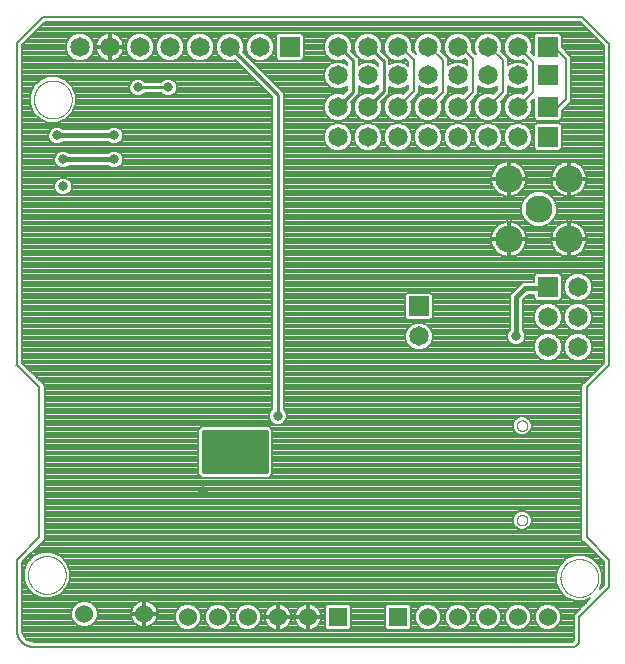
<source format=gbl>
G75*
%MOIN*%
%OFA0B0*%
%FSLAX25Y25*%
%IPPOS*%
%LPD*%
%AMOC8*
5,1,8,0,0,1.08239X$1,22.5*
%
%ADD10C,0.00800*%
%ADD11C,0.00000*%
%ADD12R,0.06500X0.06500*%
%ADD13C,0.06500*%
%ADD14C,0.06000*%
%ADD15R,0.06000X0.06000*%
%ADD16C,0.09055*%
%ADD17C,0.03181*%
%ADD18C,0.01000*%
%ADD19C,0.01600*%
D10*
X0004617Y0004914D02*
X0004041Y0006304D01*
X0003967Y0007057D01*
X0003967Y0029654D01*
X0011467Y0037154D01*
X0011467Y0088646D01*
X0010412Y0089700D01*
X0003967Y0096146D01*
X0003967Y0201904D01*
X0011662Y0209600D01*
X0189921Y0209600D01*
X0197867Y0201654D01*
X0197867Y0096146D01*
X0191421Y0089700D01*
X0190367Y0088646D01*
X0190367Y0037154D01*
X0191421Y0036100D01*
X0197867Y0029654D01*
X0197867Y0022146D01*
X0196501Y0020779D01*
X0197366Y0022869D01*
X0197366Y0025931D01*
X0196194Y0028761D01*
X0194028Y0030927D01*
X0191198Y0032099D01*
X0188135Y0032099D01*
X0185305Y0030927D01*
X0183140Y0028761D01*
X0181967Y0025931D01*
X0181967Y0022869D01*
X0183140Y0020039D01*
X0185305Y0017873D01*
X0188135Y0016701D01*
X0191198Y0016701D01*
X0193287Y0017566D01*
X0187867Y0012146D01*
X0187867Y0003900D01*
X0187843Y0003719D01*
X0187662Y0003405D01*
X0187348Y0003224D01*
X0187167Y0003200D01*
X0007823Y0003200D01*
X0007071Y0003274D01*
X0005681Y0003850D01*
X0004617Y0004914D01*
X0004589Y0004981D02*
X0187867Y0004981D01*
X0187867Y0005779D02*
X0004258Y0005779D01*
X0004014Y0006578D02*
X0187867Y0006578D01*
X0187867Y0007376D02*
X0180951Y0007376D01*
X0181659Y0007670D02*
X0182897Y0008908D01*
X0183567Y0010525D01*
X0183567Y0012275D01*
X0182897Y0013892D01*
X0181659Y0015130D01*
X0180042Y0015800D01*
X0178291Y0015800D01*
X0176674Y0015130D01*
X0175437Y0013892D01*
X0174767Y0012275D01*
X0174767Y0010525D01*
X0175437Y0008908D01*
X0176674Y0007670D01*
X0178291Y0007000D01*
X0180042Y0007000D01*
X0181659Y0007670D01*
X0182164Y0008175D02*
X0187867Y0008175D01*
X0187867Y0008973D02*
X0182924Y0008973D01*
X0183255Y0009772D02*
X0187867Y0009772D01*
X0187867Y0010570D02*
X0183567Y0010570D01*
X0183567Y0011369D02*
X0187867Y0011369D01*
X0187889Y0012167D02*
X0183567Y0012167D01*
X0183281Y0012966D02*
X0188687Y0012966D01*
X0189486Y0013764D02*
X0182950Y0013764D01*
X0182226Y0014563D02*
X0190284Y0014563D01*
X0191083Y0015361D02*
X0181101Y0015361D01*
X0177233Y0015361D02*
X0171101Y0015361D01*
X0171659Y0015130D02*
X0170042Y0015800D01*
X0168291Y0015800D01*
X0166674Y0015130D01*
X0165437Y0013892D01*
X0164767Y0012275D01*
X0164767Y0010525D01*
X0165437Y0008908D01*
X0166674Y0007670D01*
X0168291Y0007000D01*
X0170042Y0007000D01*
X0171659Y0007670D01*
X0172897Y0008908D01*
X0173567Y0010525D01*
X0173567Y0012275D01*
X0172897Y0013892D01*
X0171659Y0015130D01*
X0172226Y0014563D02*
X0176107Y0014563D01*
X0175384Y0013764D02*
X0172950Y0013764D01*
X0173281Y0012966D02*
X0175053Y0012966D01*
X0174767Y0012167D02*
X0173567Y0012167D01*
X0173567Y0011369D02*
X0174767Y0011369D01*
X0174767Y0010570D02*
X0173567Y0010570D01*
X0173255Y0009772D02*
X0175078Y0009772D01*
X0175409Y0008973D02*
X0172924Y0008973D01*
X0172164Y0008175D02*
X0176169Y0008175D01*
X0177383Y0007376D02*
X0170951Y0007376D01*
X0167383Y0007376D02*
X0160951Y0007376D01*
X0161659Y0007670D02*
X0160042Y0007000D01*
X0158291Y0007000D01*
X0156674Y0007670D01*
X0155437Y0008908D01*
X0154767Y0010525D01*
X0154767Y0012275D01*
X0155437Y0013892D01*
X0156674Y0015130D01*
X0158291Y0015800D01*
X0160042Y0015800D01*
X0161659Y0015130D01*
X0162897Y0013892D01*
X0163567Y0012275D01*
X0163567Y0010525D01*
X0162897Y0008908D01*
X0161659Y0007670D01*
X0162164Y0008175D02*
X0166169Y0008175D01*
X0165409Y0008973D02*
X0162924Y0008973D01*
X0163255Y0009772D02*
X0165078Y0009772D01*
X0164767Y0010570D02*
X0163567Y0010570D01*
X0163567Y0011369D02*
X0164767Y0011369D01*
X0164767Y0012167D02*
X0163567Y0012167D01*
X0163281Y0012966D02*
X0165053Y0012966D01*
X0165384Y0013764D02*
X0162950Y0013764D01*
X0162226Y0014563D02*
X0166107Y0014563D01*
X0167233Y0015361D02*
X0161101Y0015361D01*
X0157233Y0015361D02*
X0151101Y0015361D01*
X0151659Y0015130D02*
X0150042Y0015800D01*
X0148291Y0015800D01*
X0146674Y0015130D01*
X0145437Y0013892D01*
X0144767Y0012275D01*
X0144767Y0010525D01*
X0145437Y0008908D01*
X0146674Y0007670D01*
X0148291Y0007000D01*
X0150042Y0007000D01*
X0151659Y0007670D01*
X0152897Y0008908D01*
X0153567Y0010525D01*
X0153567Y0012275D01*
X0152897Y0013892D01*
X0151659Y0015130D01*
X0152226Y0014563D02*
X0156107Y0014563D01*
X0155384Y0013764D02*
X0152950Y0013764D01*
X0153281Y0012966D02*
X0155053Y0012966D01*
X0154767Y0012167D02*
X0153567Y0012167D01*
X0153567Y0011369D02*
X0154767Y0011369D01*
X0154767Y0010570D02*
X0153567Y0010570D01*
X0153255Y0009772D02*
X0155078Y0009772D01*
X0155409Y0008973D02*
X0152924Y0008973D01*
X0152164Y0008175D02*
X0156169Y0008175D01*
X0157383Y0007376D02*
X0150951Y0007376D01*
X0147383Y0007376D02*
X0140951Y0007376D01*
X0141659Y0007670D02*
X0142897Y0008908D01*
X0143567Y0010525D01*
X0143567Y0012275D01*
X0142897Y0013892D01*
X0141659Y0015130D01*
X0140042Y0015800D01*
X0138291Y0015800D01*
X0136674Y0015130D01*
X0135437Y0013892D01*
X0134767Y0012275D01*
X0134767Y0010525D01*
X0135437Y0008908D01*
X0136674Y0007670D01*
X0138291Y0007000D01*
X0140042Y0007000D01*
X0141659Y0007670D01*
X0142164Y0008175D02*
X0146169Y0008175D01*
X0145409Y0008973D02*
X0142924Y0008973D01*
X0143255Y0009772D02*
X0145078Y0009772D01*
X0144767Y0010570D02*
X0143567Y0010570D01*
X0143567Y0011369D02*
X0144767Y0011369D01*
X0144767Y0012167D02*
X0143567Y0012167D01*
X0143281Y0012966D02*
X0145053Y0012966D01*
X0145384Y0013764D02*
X0142950Y0013764D01*
X0142226Y0014563D02*
X0146107Y0014563D01*
X0147233Y0015361D02*
X0141101Y0015361D01*
X0137233Y0015361D02*
X0133185Y0015361D01*
X0133567Y0014980D02*
X0132747Y0015800D01*
X0125587Y0015800D01*
X0124767Y0014980D01*
X0124767Y0007820D01*
X0125587Y0007000D01*
X0132747Y0007000D01*
X0133567Y0007820D01*
X0133567Y0014980D01*
X0133567Y0014563D02*
X0136107Y0014563D01*
X0135384Y0013764D02*
X0133567Y0013764D01*
X0133567Y0012966D02*
X0135053Y0012966D01*
X0134767Y0012167D02*
X0133567Y0012167D01*
X0133567Y0011369D02*
X0134767Y0011369D01*
X0134767Y0010570D02*
X0133567Y0010570D01*
X0133567Y0009772D02*
X0135078Y0009772D01*
X0135409Y0008973D02*
X0133567Y0008973D01*
X0133567Y0008175D02*
X0136169Y0008175D01*
X0137383Y0007376D02*
X0133123Y0007376D01*
X0125210Y0007376D02*
X0113123Y0007376D01*
X0112747Y0007000D02*
X0113567Y0007820D01*
X0113567Y0014980D01*
X0112747Y0015800D01*
X0105587Y0015800D01*
X0104767Y0014980D01*
X0104767Y0007820D01*
X0105587Y0007000D01*
X0112747Y0007000D01*
X0113567Y0008175D02*
X0124767Y0008175D01*
X0124767Y0008973D02*
X0113567Y0008973D01*
X0113567Y0009772D02*
X0124767Y0009772D01*
X0124767Y0010570D02*
X0113567Y0010570D01*
X0113567Y0011369D02*
X0124767Y0011369D01*
X0124767Y0012167D02*
X0113567Y0012167D01*
X0113567Y0012966D02*
X0124767Y0012966D01*
X0124767Y0013764D02*
X0113567Y0013764D01*
X0113567Y0014563D02*
X0124767Y0014563D01*
X0125148Y0015361D02*
X0113185Y0015361D01*
X0105148Y0015361D02*
X0101084Y0015361D01*
X0100856Y0015478D02*
X0100197Y0015692D01*
X0099567Y0015791D01*
X0099567Y0011800D01*
X0103558Y0011800D01*
X0103458Y0012430D01*
X0103244Y0013089D01*
X0102930Y0013706D01*
X0102523Y0014266D01*
X0102033Y0014756D01*
X0101473Y0015163D01*
X0100856Y0015478D01*
X0099567Y0015361D02*
X0098767Y0015361D01*
X0098767Y0015791D02*
X0098136Y0015692D01*
X0097478Y0015478D01*
X0096861Y0015163D01*
X0096300Y0014756D01*
X0095811Y0014266D01*
X0095403Y0013706D01*
X0095089Y0013089D01*
X0094875Y0012430D01*
X0094775Y0011800D01*
X0098767Y0011800D01*
X0098767Y0015791D01*
X0098767Y0014563D02*
X0099567Y0014563D01*
X0099567Y0013764D02*
X0098767Y0013764D01*
X0098767Y0012966D02*
X0099567Y0012966D01*
X0099567Y0012167D02*
X0098767Y0012167D01*
X0098767Y0011800D02*
X0099567Y0011800D01*
X0099567Y0011000D01*
X0103558Y0011000D01*
X0103458Y0010370D01*
X0103244Y0009711D01*
X0102930Y0009094D01*
X0102523Y0008534D01*
X0102033Y0008044D01*
X0101473Y0007637D01*
X0100856Y0007322D01*
X0100197Y0007108D01*
X0099567Y0007009D01*
X0099567Y0011000D01*
X0098767Y0011000D01*
X0098767Y0007009D01*
X0098136Y0007108D01*
X0097478Y0007322D01*
X0096861Y0007637D01*
X0096300Y0008044D01*
X0095811Y0008534D01*
X0095403Y0009094D01*
X0095089Y0009711D01*
X0094875Y0010370D01*
X0094775Y0011000D01*
X0098767Y0011000D01*
X0098767Y0011800D01*
X0098767Y0011369D02*
X0089567Y0011369D01*
X0089567Y0011000D02*
X0089567Y0011800D01*
X0093558Y0011800D01*
X0093458Y0012430D01*
X0093244Y0013089D01*
X0092930Y0013706D01*
X0092523Y0014266D01*
X0092033Y0014756D01*
X0091473Y0015163D01*
X0090856Y0015478D01*
X0090197Y0015692D01*
X0089567Y0015791D01*
X0089567Y0011800D01*
X0088767Y0011800D01*
X0088767Y0015791D01*
X0088136Y0015692D01*
X0087478Y0015478D01*
X0086861Y0015163D01*
X0086300Y0014756D01*
X0085811Y0014266D01*
X0085403Y0013706D01*
X0085089Y0013089D01*
X0084875Y0012430D01*
X0084775Y0011800D01*
X0088767Y0011800D01*
X0088767Y0011000D01*
X0089567Y0011000D01*
X0093558Y0011000D01*
X0093458Y0010370D01*
X0093244Y0009711D01*
X0092930Y0009094D01*
X0092523Y0008534D01*
X0092033Y0008044D01*
X0091473Y0007637D01*
X0090856Y0007322D01*
X0090197Y0007108D01*
X0089567Y0007009D01*
X0089567Y0011000D01*
X0089567Y0010570D02*
X0088767Y0010570D01*
X0088767Y0011000D02*
X0088767Y0007009D01*
X0088136Y0007108D01*
X0087478Y0007322D01*
X0086861Y0007637D01*
X0086300Y0008044D01*
X0085811Y0008534D01*
X0085403Y0009094D01*
X0085089Y0009711D01*
X0084875Y0010370D01*
X0084775Y0011000D01*
X0088767Y0011000D01*
X0088767Y0011369D02*
X0083567Y0011369D01*
X0083567Y0012167D02*
X0084833Y0012167D01*
X0085049Y0012966D02*
X0083281Y0012966D01*
X0083567Y0012275D02*
X0082897Y0013892D01*
X0081659Y0015130D01*
X0080042Y0015800D01*
X0078291Y0015800D01*
X0076674Y0015130D01*
X0075437Y0013892D01*
X0074767Y0012275D01*
X0074767Y0010525D01*
X0075437Y0008908D01*
X0076674Y0007670D01*
X0078291Y0007000D01*
X0080042Y0007000D01*
X0081659Y0007670D01*
X0082897Y0008908D01*
X0083567Y0010525D01*
X0083567Y0012275D01*
X0082950Y0013764D02*
X0085446Y0013764D01*
X0086107Y0014563D02*
X0082226Y0014563D01*
X0081101Y0015361D02*
X0087250Y0015361D01*
X0088767Y0015361D02*
X0089567Y0015361D01*
X0089567Y0014563D02*
X0088767Y0014563D01*
X0088767Y0013764D02*
X0089567Y0013764D01*
X0089567Y0012966D02*
X0088767Y0012966D01*
X0088767Y0012167D02*
X0089567Y0012167D01*
X0089567Y0009772D02*
X0088767Y0009772D01*
X0088767Y0008973D02*
X0089567Y0008973D01*
X0089567Y0008175D02*
X0088767Y0008175D01*
X0088767Y0007376D02*
X0089567Y0007376D01*
X0090962Y0007376D02*
X0097372Y0007376D01*
X0098767Y0007376D02*
X0099567Y0007376D01*
X0099567Y0008175D02*
X0098767Y0008175D01*
X0098767Y0008973D02*
X0099567Y0008973D01*
X0099567Y0009772D02*
X0098767Y0009772D01*
X0098767Y0010570D02*
X0099567Y0010570D01*
X0099567Y0011369D02*
X0104767Y0011369D01*
X0104767Y0012167D02*
X0103500Y0012167D01*
X0103284Y0012966D02*
X0104767Y0012966D01*
X0104767Y0013764D02*
X0102887Y0013764D01*
X0102226Y0014563D02*
X0104767Y0014563D01*
X0104767Y0010570D02*
X0103490Y0010570D01*
X0103264Y0009772D02*
X0104767Y0009772D01*
X0104767Y0008973D02*
X0102842Y0008973D01*
X0102164Y0008175D02*
X0104767Y0008175D01*
X0105210Y0007376D02*
X0100962Y0007376D01*
X0096169Y0008175D02*
X0092164Y0008175D01*
X0092842Y0008973D02*
X0095491Y0008973D01*
X0095069Y0009772D02*
X0093264Y0009772D01*
X0093490Y0010570D02*
X0094843Y0010570D01*
X0094833Y0012167D02*
X0093500Y0012167D01*
X0093284Y0012966D02*
X0095049Y0012966D01*
X0095446Y0013764D02*
X0092887Y0013764D01*
X0092226Y0014563D02*
X0096107Y0014563D01*
X0097250Y0015361D02*
X0091084Y0015361D01*
X0084843Y0010570D02*
X0083567Y0010570D01*
X0083255Y0009772D02*
X0085069Y0009772D01*
X0085491Y0008973D02*
X0082924Y0008973D01*
X0082164Y0008175D02*
X0086169Y0008175D01*
X0087372Y0007376D02*
X0080951Y0007376D01*
X0077383Y0007376D02*
X0070951Y0007376D01*
X0071659Y0007670D02*
X0070042Y0007000D01*
X0068291Y0007000D01*
X0066674Y0007670D01*
X0065437Y0008908D01*
X0064767Y0010525D01*
X0064767Y0012275D01*
X0065437Y0013892D01*
X0066674Y0015130D01*
X0068291Y0015800D01*
X0070042Y0015800D01*
X0071659Y0015130D01*
X0072897Y0013892D01*
X0073567Y0012275D01*
X0073567Y0010525D01*
X0072897Y0008908D01*
X0071659Y0007670D01*
X0072164Y0008175D02*
X0076169Y0008175D01*
X0075409Y0008973D02*
X0072924Y0008973D01*
X0073255Y0009772D02*
X0075078Y0009772D01*
X0074767Y0010570D02*
X0073567Y0010570D01*
X0073567Y0011369D02*
X0074767Y0011369D01*
X0074767Y0012167D02*
X0073567Y0012167D01*
X0073281Y0012966D02*
X0075053Y0012966D01*
X0075384Y0013764D02*
X0072950Y0013764D01*
X0072226Y0014563D02*
X0076107Y0014563D01*
X0077233Y0015361D02*
X0071101Y0015361D01*
X0067233Y0015361D02*
X0061101Y0015361D01*
X0061659Y0015130D02*
X0060042Y0015800D01*
X0058291Y0015800D01*
X0056674Y0015130D01*
X0055437Y0013892D01*
X0054767Y0012275D01*
X0054767Y0010525D01*
X0055437Y0008908D01*
X0056674Y0007670D01*
X0058291Y0007000D01*
X0060042Y0007000D01*
X0061659Y0007670D01*
X0062897Y0008908D01*
X0063567Y0010525D01*
X0063567Y0012275D01*
X0062897Y0013892D01*
X0061659Y0015130D01*
X0062226Y0014563D02*
X0066107Y0014563D01*
X0065384Y0013764D02*
X0062950Y0013764D01*
X0063281Y0012966D02*
X0065053Y0012966D01*
X0064767Y0012167D02*
X0063567Y0012167D01*
X0063567Y0011369D02*
X0064767Y0011369D01*
X0064767Y0010570D02*
X0063567Y0010570D01*
X0063255Y0009772D02*
X0065078Y0009772D01*
X0065409Y0008973D02*
X0062924Y0008973D01*
X0062164Y0008175D02*
X0066169Y0008175D01*
X0067383Y0007376D02*
X0060951Y0007376D01*
X0057383Y0007376D02*
X0003967Y0007376D01*
X0003967Y0008175D02*
X0023369Y0008175D01*
X0023791Y0008000D02*
X0025542Y0008000D01*
X0027159Y0008670D01*
X0028397Y0009908D01*
X0029067Y0011525D01*
X0029067Y0013275D01*
X0028397Y0014892D01*
X0027159Y0016130D01*
X0025542Y0016800D01*
X0023791Y0016800D01*
X0022174Y0016130D01*
X0020937Y0014892D01*
X0020267Y0013275D01*
X0020267Y0011525D01*
X0020937Y0009908D01*
X0022174Y0008670D01*
X0023791Y0008000D01*
X0021871Y0008973D02*
X0003967Y0008973D01*
X0003967Y0009772D02*
X0021072Y0009772D01*
X0020662Y0010570D02*
X0003967Y0010570D01*
X0003967Y0011369D02*
X0020331Y0011369D01*
X0020267Y0012167D02*
X0003967Y0012167D01*
X0003967Y0012966D02*
X0020267Y0012966D01*
X0020469Y0013764D02*
X0003967Y0013764D01*
X0003967Y0014563D02*
X0020800Y0014563D01*
X0021406Y0015361D02*
X0003967Y0015361D01*
X0003967Y0016160D02*
X0022246Y0016160D01*
X0027087Y0016160D02*
X0042356Y0016160D01*
X0042361Y0016163D02*
X0041800Y0015756D01*
X0041311Y0015266D01*
X0040903Y0014706D01*
X0040589Y0014089D01*
X0040375Y0013430D01*
X0040267Y0012750D01*
X0044317Y0012750D01*
X0044317Y0016799D01*
X0043636Y0016692D01*
X0042978Y0016478D01*
X0042361Y0016163D01*
X0041406Y0015361D02*
X0027928Y0015361D01*
X0028533Y0014563D02*
X0040831Y0014563D01*
X0040484Y0013764D02*
X0028864Y0013764D01*
X0029067Y0012966D02*
X0040301Y0012966D01*
X0040267Y0012050D02*
X0040375Y0011370D01*
X0040589Y0010711D01*
X0040903Y0010094D01*
X0041311Y0009534D01*
X0041800Y0009044D01*
X0042361Y0008637D01*
X0042978Y0008322D01*
X0043636Y0008108D01*
X0044317Y0008001D01*
X0044317Y0012050D01*
X0045017Y0012050D01*
X0045017Y0012750D01*
X0049066Y0012750D01*
X0048958Y0013430D01*
X0048744Y0014089D01*
X0048430Y0014706D01*
X0048023Y0015266D01*
X0047533Y0015756D01*
X0046973Y0016163D01*
X0046356Y0016478D01*
X0045697Y0016692D01*
X0045017Y0016799D01*
X0045017Y0012750D01*
X0044317Y0012750D01*
X0044317Y0012050D01*
X0040267Y0012050D01*
X0040375Y0011369D02*
X0029002Y0011369D01*
X0029067Y0012167D02*
X0044317Y0012167D01*
X0045017Y0012167D02*
X0054767Y0012167D01*
X0054767Y0011369D02*
X0048958Y0011369D01*
X0048958Y0011370D02*
X0049066Y0012050D01*
X0045017Y0012050D01*
X0045017Y0008001D01*
X0045697Y0008108D01*
X0046356Y0008322D01*
X0046973Y0008637D01*
X0047533Y0009044D01*
X0048023Y0009534D01*
X0048430Y0010094D01*
X0048744Y0010711D01*
X0048958Y0011370D01*
X0048673Y0010570D02*
X0054767Y0010570D01*
X0055078Y0009772D02*
X0048196Y0009772D01*
X0047436Y0008973D02*
X0055409Y0008973D01*
X0056169Y0008175D02*
X0045902Y0008175D01*
X0045017Y0008175D02*
X0044317Y0008175D01*
X0044317Y0008973D02*
X0045017Y0008973D01*
X0045017Y0009772D02*
X0044317Y0009772D01*
X0044317Y0010570D02*
X0045017Y0010570D01*
X0045017Y0011369D02*
X0044317Y0011369D01*
X0044317Y0012966D02*
X0045017Y0012966D01*
X0045017Y0013764D02*
X0044317Y0013764D01*
X0044317Y0014563D02*
X0045017Y0014563D01*
X0045017Y0015361D02*
X0044317Y0015361D01*
X0044317Y0016160D02*
X0045017Y0016160D01*
X0046977Y0016160D02*
X0191881Y0016160D01*
X0191820Y0016959D02*
X0192680Y0016959D01*
X0187513Y0016959D02*
X0003967Y0016959D01*
X0003967Y0017757D02*
X0010499Y0017757D01*
X0010635Y0017701D02*
X0013698Y0017701D01*
X0016528Y0018873D01*
X0018694Y0021039D01*
X0019866Y0023869D01*
X0019866Y0026931D01*
X0018694Y0029761D01*
X0016528Y0031927D01*
X0013698Y0033099D01*
X0010635Y0033099D01*
X0007805Y0031927D01*
X0005640Y0029761D01*
X0004467Y0026931D01*
X0004467Y0023869D01*
X0005640Y0021039D01*
X0007805Y0018873D01*
X0010635Y0017701D01*
X0008572Y0018556D02*
X0003967Y0018556D01*
X0003967Y0019354D02*
X0007324Y0019354D01*
X0006526Y0020153D02*
X0003967Y0020153D01*
X0003967Y0020951D02*
X0005727Y0020951D01*
X0005345Y0021750D02*
X0003967Y0021750D01*
X0003967Y0022548D02*
X0005014Y0022548D01*
X0004684Y0023347D02*
X0003967Y0023347D01*
X0003967Y0024145D02*
X0004467Y0024145D01*
X0004467Y0024944D02*
X0003967Y0024944D01*
X0003967Y0025742D02*
X0004467Y0025742D01*
X0004467Y0026541D02*
X0003967Y0026541D01*
X0003967Y0027339D02*
X0004636Y0027339D01*
X0004967Y0028138D02*
X0003967Y0028138D01*
X0003967Y0028936D02*
X0005298Y0028936D01*
X0005629Y0029735D02*
X0004047Y0029735D01*
X0004845Y0030533D02*
X0006412Y0030533D01*
X0005644Y0031332D02*
X0007210Y0031332D01*
X0006442Y0032130D02*
X0008296Y0032130D01*
X0007241Y0032929D02*
X0010224Y0032929D01*
X0008838Y0034526D02*
X0192995Y0034526D01*
X0192197Y0035324D02*
X0009637Y0035324D01*
X0010435Y0036123D02*
X0191398Y0036123D01*
X0190600Y0036921D02*
X0011234Y0036921D01*
X0011467Y0037720D02*
X0190367Y0037720D01*
X0190367Y0038518D02*
X0011467Y0038518D01*
X0011467Y0039317D02*
X0190367Y0039317D01*
X0190367Y0040115D02*
X0011467Y0040115D01*
X0011467Y0040914D02*
X0168988Y0040914D01*
X0168796Y0040993D02*
X0169953Y0040514D01*
X0171207Y0040514D01*
X0172364Y0040993D01*
X0173250Y0041879D01*
X0173730Y0043037D01*
X0173730Y0044290D01*
X0173250Y0045448D01*
X0172364Y0046334D01*
X0171207Y0046814D01*
X0169953Y0046814D01*
X0168796Y0046334D01*
X0167910Y0045448D01*
X0167430Y0044290D01*
X0167430Y0043037D01*
X0167910Y0041879D01*
X0168796Y0040993D01*
X0168077Y0041712D02*
X0011467Y0041712D01*
X0011467Y0042511D02*
X0167648Y0042511D01*
X0167430Y0043309D02*
X0011467Y0043309D01*
X0011467Y0044108D02*
X0167430Y0044108D01*
X0167685Y0044906D02*
X0011467Y0044906D01*
X0011467Y0045705D02*
X0168166Y0045705D01*
X0169204Y0046503D02*
X0011467Y0046503D01*
X0011467Y0047302D02*
X0190367Y0047302D01*
X0190367Y0048100D02*
X0011467Y0048100D01*
X0011467Y0048899D02*
X0190367Y0048899D01*
X0190367Y0049697D02*
X0011467Y0049697D01*
X0011467Y0050496D02*
X0190367Y0050496D01*
X0190367Y0051295D02*
X0011467Y0051295D01*
X0011467Y0052093D02*
X0190367Y0052093D01*
X0190367Y0052892D02*
X0011467Y0052892D01*
X0011467Y0053690D02*
X0190367Y0053690D01*
X0190367Y0054489D02*
X0011467Y0054489D01*
X0011467Y0055287D02*
X0190367Y0055287D01*
X0190367Y0056086D02*
X0011467Y0056086D01*
X0011467Y0056884D02*
X0190367Y0056884D01*
X0190367Y0057683D02*
X0011467Y0057683D01*
X0011467Y0058481D02*
X0062974Y0058481D01*
X0062467Y0058989D02*
X0063755Y0057700D01*
X0065578Y0057700D01*
X0084255Y0057700D01*
X0086078Y0057700D01*
X0087367Y0058989D01*
X0087367Y0073811D01*
X0086078Y0075100D01*
X0063755Y0075100D01*
X0062467Y0073811D01*
X0062467Y0058989D01*
X0062467Y0059280D02*
X0011467Y0059280D01*
X0011467Y0060078D02*
X0062467Y0060078D01*
X0062467Y0060877D02*
X0011467Y0060877D01*
X0011467Y0061675D02*
X0062467Y0061675D01*
X0062467Y0062474D02*
X0011467Y0062474D01*
X0011467Y0063272D02*
X0062467Y0063272D01*
X0062467Y0064071D02*
X0011467Y0064071D01*
X0011467Y0064869D02*
X0062467Y0064869D01*
X0062467Y0065668D02*
X0011467Y0065668D01*
X0011467Y0066466D02*
X0062467Y0066466D01*
X0062467Y0067265D02*
X0011467Y0067265D01*
X0011467Y0068063D02*
X0062467Y0068063D01*
X0062467Y0068862D02*
X0011467Y0068862D01*
X0011467Y0069660D02*
X0062467Y0069660D01*
X0062467Y0070459D02*
X0011467Y0070459D01*
X0011467Y0071257D02*
X0062467Y0071257D01*
X0062467Y0072056D02*
X0011467Y0072056D01*
X0011467Y0072854D02*
X0062467Y0072854D01*
X0062467Y0073653D02*
X0011467Y0073653D01*
X0011467Y0074451D02*
X0063107Y0074451D01*
X0086176Y0077805D02*
X0086631Y0076706D01*
X0087473Y0075865D01*
X0088572Y0075409D01*
X0089762Y0075409D01*
X0090861Y0075865D01*
X0091702Y0076706D01*
X0092157Y0077805D01*
X0092157Y0078995D01*
X0091702Y0080094D01*
X0091067Y0080729D01*
X0091067Y0186187D01*
X0089954Y0187300D01*
X0077513Y0199741D01*
X0077817Y0200475D01*
X0077817Y0202325D01*
X0077109Y0204034D01*
X0075801Y0205342D01*
X0074092Y0206050D01*
X0072242Y0206050D01*
X0070533Y0205342D01*
X0069225Y0204034D01*
X0068517Y0202325D01*
X0068517Y0200475D01*
X0069225Y0198766D01*
X0070533Y0197458D01*
X0072242Y0196750D01*
X0074092Y0196750D01*
X0074826Y0197054D01*
X0087267Y0184613D01*
X0087267Y0080729D01*
X0086631Y0080094D01*
X0086176Y0078995D01*
X0086176Y0077805D01*
X0086242Y0077645D02*
X0011467Y0077645D01*
X0011467Y0076847D02*
X0086573Y0076847D01*
X0087289Y0076048D02*
X0011467Y0076048D01*
X0011467Y0075250D02*
X0167430Y0075250D01*
X0167430Y0075786D02*
X0167430Y0074533D01*
X0167910Y0073376D01*
X0168796Y0072489D01*
X0169953Y0072010D01*
X0171207Y0072010D01*
X0172364Y0072489D01*
X0173250Y0073376D01*
X0173730Y0074533D01*
X0173730Y0075786D01*
X0173250Y0076944D01*
X0172364Y0077830D01*
X0171207Y0078310D01*
X0169953Y0078310D01*
X0168796Y0077830D01*
X0167910Y0076944D01*
X0167430Y0075786D01*
X0167539Y0076048D02*
X0091044Y0076048D01*
X0091760Y0076847D02*
X0167869Y0076847D01*
X0168611Y0077645D02*
X0092091Y0077645D01*
X0092157Y0078444D02*
X0190367Y0078444D01*
X0190367Y0079242D02*
X0092055Y0079242D01*
X0091724Y0080041D02*
X0190367Y0080041D01*
X0190367Y0080839D02*
X0091067Y0080839D01*
X0091067Y0081638D02*
X0190367Y0081638D01*
X0190367Y0082436D02*
X0091067Y0082436D01*
X0091067Y0083235D02*
X0190367Y0083235D01*
X0190367Y0084033D02*
X0091067Y0084033D01*
X0091067Y0084832D02*
X0190367Y0084832D01*
X0190367Y0085630D02*
X0091067Y0085630D01*
X0091067Y0086429D02*
X0190367Y0086429D01*
X0190367Y0087228D02*
X0091067Y0087228D01*
X0091067Y0088026D02*
X0190367Y0088026D01*
X0190546Y0088825D02*
X0091067Y0088825D01*
X0091067Y0089623D02*
X0191344Y0089623D01*
X0192143Y0090422D02*
X0091067Y0090422D01*
X0091067Y0091220D02*
X0192941Y0091220D01*
X0193740Y0092019D02*
X0091067Y0092019D01*
X0091067Y0092817D02*
X0194538Y0092817D01*
X0195337Y0093616D02*
X0091067Y0093616D01*
X0091067Y0094414D02*
X0196135Y0094414D01*
X0196934Y0095213D02*
X0091067Y0095213D01*
X0091067Y0096011D02*
X0197732Y0096011D01*
X0197867Y0096810D02*
X0190236Y0096810D01*
X0190092Y0096750D02*
X0191801Y0097458D01*
X0193109Y0098766D01*
X0193817Y0100475D01*
X0193817Y0102325D01*
X0193109Y0104034D01*
X0191801Y0105342D01*
X0190092Y0106050D01*
X0188242Y0106050D01*
X0186533Y0105342D01*
X0185225Y0104034D01*
X0184517Y0102325D01*
X0184517Y0100475D01*
X0185225Y0098766D01*
X0186533Y0097458D01*
X0188242Y0096750D01*
X0190092Y0096750D01*
X0188098Y0096810D02*
X0180236Y0096810D01*
X0180092Y0096750D02*
X0181801Y0097458D01*
X0183109Y0098766D01*
X0183817Y0100475D01*
X0183817Y0102325D01*
X0183109Y0104034D01*
X0181801Y0105342D01*
X0180092Y0106050D01*
X0178242Y0106050D01*
X0176533Y0105342D01*
X0175225Y0104034D01*
X0174517Y0102325D01*
X0174517Y0100475D01*
X0175225Y0098766D01*
X0176533Y0097458D01*
X0178242Y0096750D01*
X0180092Y0096750D01*
X0178098Y0096810D02*
X0091067Y0096810D01*
X0091067Y0097608D02*
X0176382Y0097608D01*
X0175584Y0098407D02*
X0091067Y0098407D01*
X0091067Y0099205D02*
X0175043Y0099205D01*
X0174712Y0100004D02*
X0091067Y0100004D01*
X0091067Y0100802D02*
X0133909Y0100802D01*
X0133533Y0100958D02*
X0135242Y0100250D01*
X0137092Y0100250D01*
X0138801Y0100958D01*
X0140109Y0102266D01*
X0140817Y0103975D01*
X0140817Y0105825D01*
X0140109Y0107534D01*
X0138801Y0108842D01*
X0137092Y0109550D01*
X0135242Y0109550D01*
X0133533Y0108842D01*
X0132225Y0107534D01*
X0131517Y0105825D01*
X0131517Y0103975D01*
X0132225Y0102266D01*
X0133533Y0100958D01*
X0132890Y0101601D02*
X0091067Y0101601D01*
X0091067Y0102399D02*
X0132169Y0102399D01*
X0131839Y0103198D02*
X0091067Y0103198D01*
X0091067Y0103996D02*
X0131517Y0103996D01*
X0131517Y0104795D02*
X0091067Y0104795D01*
X0091067Y0105593D02*
X0131517Y0105593D01*
X0131751Y0106392D02*
X0091067Y0106392D01*
X0091067Y0107190D02*
X0132082Y0107190D01*
X0132679Y0107989D02*
X0091067Y0107989D01*
X0091067Y0108787D02*
X0133478Y0108787D01*
X0132337Y0110250D02*
X0139997Y0110250D01*
X0140817Y0111070D01*
X0140817Y0118730D01*
X0139997Y0119550D01*
X0132337Y0119550D01*
X0131517Y0118730D01*
X0131517Y0111070D01*
X0132337Y0110250D01*
X0132202Y0110384D02*
X0091067Y0110384D01*
X0091067Y0109586D02*
X0166467Y0109586D01*
X0166467Y0110384D02*
X0140131Y0110384D01*
X0140817Y0111183D02*
X0166467Y0111183D01*
X0166467Y0111981D02*
X0140817Y0111981D01*
X0140817Y0112780D02*
X0166467Y0112780D01*
X0166467Y0113578D02*
X0140817Y0113578D01*
X0140817Y0114377D02*
X0166467Y0114377D01*
X0166467Y0115175D02*
X0140817Y0115175D01*
X0140817Y0115974D02*
X0166467Y0115974D01*
X0166467Y0116772D02*
X0140817Y0116772D01*
X0140817Y0117571D02*
X0166467Y0117571D01*
X0166467Y0118369D02*
X0140817Y0118369D01*
X0140379Y0119168D02*
X0166823Y0119168D01*
X0166467Y0118811D02*
X0166467Y0106929D01*
X0166131Y0106594D01*
X0165676Y0105495D01*
X0165676Y0104305D01*
X0166131Y0103206D01*
X0166973Y0102365D01*
X0168072Y0101909D01*
X0169262Y0101909D01*
X0170361Y0102365D01*
X0171202Y0103206D01*
X0171657Y0104305D01*
X0171657Y0105495D01*
X0171202Y0106594D01*
X0170867Y0106929D01*
X0170867Y0116989D01*
X0172578Y0118700D01*
X0174517Y0118700D01*
X0174517Y0117570D01*
X0175337Y0116750D01*
X0182997Y0116750D01*
X0183817Y0117570D01*
X0183817Y0125230D01*
X0182997Y0126050D01*
X0175337Y0126050D01*
X0174517Y0125230D01*
X0174517Y0123100D01*
X0170755Y0123100D01*
X0169467Y0121811D01*
X0166467Y0118811D01*
X0167622Y0119966D02*
X0091067Y0119966D01*
X0091067Y0119168D02*
X0131955Y0119168D01*
X0131517Y0118369D02*
X0091067Y0118369D01*
X0091067Y0117571D02*
X0131517Y0117571D01*
X0131517Y0116772D02*
X0091067Y0116772D01*
X0091067Y0115974D02*
X0131517Y0115974D01*
X0131517Y0115175D02*
X0091067Y0115175D01*
X0091067Y0114377D02*
X0131517Y0114377D01*
X0131517Y0113578D02*
X0091067Y0113578D01*
X0091067Y0112780D02*
X0131517Y0112780D01*
X0131517Y0111981D02*
X0091067Y0111981D01*
X0091067Y0111183D02*
X0131517Y0111183D01*
X0138855Y0108787D02*
X0166467Y0108787D01*
X0166467Y0107989D02*
X0139654Y0107989D01*
X0140251Y0107190D02*
X0166467Y0107190D01*
X0166048Y0106392D02*
X0140582Y0106392D01*
X0140817Y0105593D02*
X0165717Y0105593D01*
X0165676Y0104795D02*
X0140817Y0104795D01*
X0140817Y0103996D02*
X0165804Y0103996D01*
X0166140Y0103198D02*
X0140495Y0103198D01*
X0140164Y0102399D02*
X0166938Y0102399D01*
X0170395Y0102399D02*
X0174547Y0102399D01*
X0174517Y0101601D02*
X0139443Y0101601D01*
X0138425Y0100802D02*
X0174517Y0100802D01*
X0174878Y0103198D02*
X0171194Y0103198D01*
X0171529Y0103996D02*
X0175209Y0103996D01*
X0175985Y0104795D02*
X0171657Y0104795D01*
X0171616Y0105593D02*
X0177139Y0105593D01*
X0177179Y0107190D02*
X0170867Y0107190D01*
X0170867Y0107989D02*
X0176002Y0107989D01*
X0176533Y0107458D02*
X0178242Y0106750D01*
X0180092Y0106750D01*
X0181801Y0107458D01*
X0183109Y0108766D01*
X0183817Y0110475D01*
X0183817Y0112325D01*
X0183109Y0114034D01*
X0181801Y0115342D01*
X0180092Y0116050D01*
X0178242Y0116050D01*
X0176533Y0115342D01*
X0175225Y0114034D01*
X0174517Y0112325D01*
X0174517Y0110475D01*
X0175225Y0108766D01*
X0176533Y0107458D01*
X0175216Y0108787D02*
X0170867Y0108787D01*
X0170867Y0109586D02*
X0174885Y0109586D01*
X0174554Y0110384D02*
X0170867Y0110384D01*
X0170867Y0111183D02*
X0174517Y0111183D01*
X0174517Y0111981D02*
X0170867Y0111981D01*
X0170867Y0112780D02*
X0174705Y0112780D01*
X0175036Y0113578D02*
X0170867Y0113578D01*
X0170867Y0114377D02*
X0175567Y0114377D01*
X0176366Y0115175D02*
X0170867Y0115175D01*
X0170867Y0115974D02*
X0178058Y0115974D01*
X0180275Y0115974D02*
X0188058Y0115974D01*
X0188242Y0116050D02*
X0186533Y0115342D01*
X0185225Y0114034D01*
X0184517Y0112325D01*
X0184517Y0110475D01*
X0185225Y0108766D01*
X0186533Y0107458D01*
X0188242Y0106750D01*
X0190092Y0106750D01*
X0191801Y0107458D01*
X0193109Y0108766D01*
X0193817Y0110475D01*
X0193817Y0112325D01*
X0193109Y0114034D01*
X0191801Y0115342D01*
X0190092Y0116050D01*
X0188242Y0116050D01*
X0188242Y0116750D02*
X0190092Y0116750D01*
X0191801Y0117458D01*
X0193109Y0118766D01*
X0193817Y0120475D01*
X0193817Y0122325D01*
X0193109Y0124034D01*
X0191801Y0125342D01*
X0190092Y0126050D01*
X0188242Y0126050D01*
X0186533Y0125342D01*
X0185225Y0124034D01*
X0184517Y0122325D01*
X0184517Y0120475D01*
X0185225Y0118766D01*
X0186533Y0117458D01*
X0188242Y0116750D01*
X0188188Y0116772D02*
X0183019Y0116772D01*
X0183817Y0117571D02*
X0186420Y0117571D01*
X0185621Y0118369D02*
X0183817Y0118369D01*
X0183817Y0119168D02*
X0185058Y0119168D01*
X0184727Y0119966D02*
X0183817Y0119966D01*
X0183817Y0120765D02*
X0184517Y0120765D01*
X0184517Y0121563D02*
X0183817Y0121563D01*
X0183817Y0122362D02*
X0184532Y0122362D01*
X0184863Y0123161D02*
X0183817Y0123161D01*
X0183817Y0123959D02*
X0185194Y0123959D01*
X0185948Y0124758D02*
X0183817Y0124758D01*
X0183490Y0125556D02*
X0187049Y0125556D01*
X0191284Y0125556D02*
X0197867Y0125556D01*
X0197867Y0124758D02*
X0192385Y0124758D01*
X0193140Y0123959D02*
X0197867Y0123959D01*
X0197867Y0123161D02*
X0193471Y0123161D01*
X0193801Y0122362D02*
X0197867Y0122362D01*
X0197867Y0121563D02*
X0193817Y0121563D01*
X0193817Y0120765D02*
X0197867Y0120765D01*
X0197867Y0119966D02*
X0193606Y0119966D01*
X0193275Y0119168D02*
X0197867Y0119168D01*
X0197867Y0118369D02*
X0192712Y0118369D01*
X0191914Y0117571D02*
X0197867Y0117571D01*
X0197867Y0116772D02*
X0190146Y0116772D01*
X0190275Y0115974D02*
X0197867Y0115974D01*
X0197867Y0115175D02*
X0191967Y0115175D01*
X0192766Y0114377D02*
X0197867Y0114377D01*
X0197867Y0113578D02*
X0193297Y0113578D01*
X0193628Y0112780D02*
X0197867Y0112780D01*
X0197867Y0111981D02*
X0193817Y0111981D01*
X0193817Y0111183D02*
X0197867Y0111183D01*
X0197867Y0110384D02*
X0193779Y0110384D01*
X0193448Y0109586D02*
X0197867Y0109586D01*
X0197867Y0108787D02*
X0193118Y0108787D01*
X0192332Y0107989D02*
X0197867Y0107989D01*
X0197867Y0107190D02*
X0191155Y0107190D01*
X0191194Y0105593D02*
X0197867Y0105593D01*
X0197867Y0104795D02*
X0192348Y0104795D01*
X0193124Y0103996D02*
X0197867Y0103996D01*
X0197867Y0103198D02*
X0193455Y0103198D01*
X0193786Y0102399D02*
X0197867Y0102399D01*
X0197867Y0101601D02*
X0193817Y0101601D01*
X0193817Y0100802D02*
X0197867Y0100802D01*
X0197867Y0100004D02*
X0193621Y0100004D01*
X0193291Y0099205D02*
X0197867Y0099205D01*
X0197867Y0098407D02*
X0192749Y0098407D01*
X0191951Y0097608D02*
X0197867Y0097608D01*
X0199667Y0095400D02*
X0192167Y0087900D01*
X0192167Y0037900D01*
X0199667Y0030400D01*
X0199667Y0021400D01*
X0189667Y0011400D01*
X0189667Y0003900D01*
X0187867Y0004182D02*
X0005348Y0004182D01*
X0006806Y0003384D02*
X0187625Y0003384D01*
X0187167Y0001400D02*
X0187265Y0001402D01*
X0187363Y0001408D01*
X0187461Y0001417D01*
X0187558Y0001431D01*
X0187655Y0001448D01*
X0187751Y0001469D01*
X0187846Y0001494D01*
X0187940Y0001522D01*
X0188032Y0001555D01*
X0188124Y0001590D01*
X0188214Y0001630D01*
X0188302Y0001672D01*
X0188389Y0001719D01*
X0188473Y0001768D01*
X0188556Y0001821D01*
X0188636Y0001877D01*
X0188715Y0001937D01*
X0188791Y0001999D01*
X0188864Y0002064D01*
X0188935Y0002132D01*
X0189003Y0002203D01*
X0189068Y0002276D01*
X0189130Y0002352D01*
X0189190Y0002431D01*
X0189246Y0002511D01*
X0189299Y0002594D01*
X0189348Y0002678D01*
X0189395Y0002765D01*
X0189437Y0002853D01*
X0189477Y0002943D01*
X0189512Y0003035D01*
X0189545Y0003127D01*
X0189573Y0003221D01*
X0189598Y0003316D01*
X0189619Y0003412D01*
X0189636Y0003509D01*
X0189650Y0003606D01*
X0189659Y0003704D01*
X0189665Y0003802D01*
X0189667Y0003900D01*
X0187167Y0001400D02*
X0007824Y0001400D01*
X0007676Y0001402D01*
X0007528Y0001408D01*
X0007380Y0001417D01*
X0007233Y0001431D01*
X0007086Y0001448D01*
X0006939Y0001470D01*
X0006793Y0001495D01*
X0006648Y0001524D01*
X0006503Y0001556D01*
X0006360Y0001593D01*
X0006217Y0001633D01*
X0006076Y0001677D01*
X0005936Y0001724D01*
X0005797Y0001776D01*
X0005659Y0001831D01*
X0005523Y0001889D01*
X0005389Y0001951D01*
X0005256Y0002017D01*
X0005125Y0002086D01*
X0004996Y0002158D01*
X0004868Y0002234D01*
X0004743Y0002313D01*
X0004620Y0002395D01*
X0004499Y0002480D01*
X0004380Y0002569D01*
X0004264Y0002661D01*
X0004150Y0002755D01*
X0004039Y0002853D01*
X0003930Y0002954D01*
X0003824Y0003057D01*
X0003721Y0003163D01*
X0003620Y0003272D01*
X0003522Y0003383D01*
X0003428Y0003497D01*
X0003336Y0003613D01*
X0003247Y0003732D01*
X0003162Y0003853D01*
X0003080Y0003976D01*
X0003001Y0004101D01*
X0002925Y0004228D01*
X0002853Y0004358D01*
X0002784Y0004489D01*
X0002718Y0004622D01*
X0002656Y0004756D01*
X0002598Y0004892D01*
X0002543Y0005030D01*
X0002491Y0005169D01*
X0002444Y0005309D01*
X0002400Y0005450D01*
X0002360Y0005593D01*
X0002323Y0005736D01*
X0002291Y0005881D01*
X0002262Y0006026D01*
X0002237Y0006172D01*
X0002215Y0006319D01*
X0002198Y0006466D01*
X0002184Y0006613D01*
X0002175Y0006761D01*
X0002169Y0006909D01*
X0002167Y0007057D01*
X0002167Y0021150D01*
X0002167Y0021400D02*
X0002167Y0030400D01*
X0009667Y0037900D01*
X0009667Y0087900D01*
X0002167Y0095400D01*
X0001917Y0095400D01*
X0002167Y0095400D02*
X0002167Y0202650D01*
X0010917Y0211400D01*
X0190667Y0211400D01*
X0199667Y0202400D01*
X0199667Y0095400D01*
X0197867Y0106392D02*
X0171286Y0106392D01*
X0181155Y0107190D02*
X0187179Y0107190D01*
X0186002Y0107989D02*
X0182332Y0107989D01*
X0183118Y0108787D02*
X0185216Y0108787D01*
X0184885Y0109586D02*
X0183448Y0109586D01*
X0183779Y0110384D02*
X0184554Y0110384D01*
X0184517Y0111183D02*
X0183817Y0111183D01*
X0183817Y0111981D02*
X0184517Y0111981D01*
X0184705Y0112780D02*
X0183628Y0112780D01*
X0183297Y0113578D02*
X0185036Y0113578D01*
X0185567Y0114377D02*
X0182766Y0114377D01*
X0181967Y0115175D02*
X0186366Y0115175D01*
X0187139Y0105593D02*
X0181194Y0105593D01*
X0182348Y0104795D02*
X0185985Y0104795D01*
X0185209Y0103996D02*
X0183124Y0103996D01*
X0183455Y0103198D02*
X0184878Y0103198D01*
X0184547Y0102399D02*
X0183786Y0102399D01*
X0183817Y0101601D02*
X0184517Y0101601D01*
X0184517Y0100802D02*
X0183817Y0100802D01*
X0183621Y0100004D02*
X0184712Y0100004D01*
X0185043Y0099205D02*
X0183291Y0099205D01*
X0182749Y0098407D02*
X0185584Y0098407D01*
X0186382Y0097608D02*
X0181951Y0097608D01*
X0175314Y0116772D02*
X0170867Y0116772D01*
X0171449Y0117571D02*
X0174517Y0117571D01*
X0174517Y0118369D02*
X0172247Y0118369D01*
X0169219Y0121563D02*
X0091067Y0121563D01*
X0091067Y0120765D02*
X0168420Y0120765D01*
X0170017Y0122362D02*
X0091067Y0122362D01*
X0091067Y0123161D02*
X0174517Y0123161D01*
X0174517Y0123959D02*
X0091067Y0123959D01*
X0091067Y0124758D02*
X0174517Y0124758D01*
X0174843Y0125556D02*
X0091067Y0125556D01*
X0091067Y0126355D02*
X0197867Y0126355D01*
X0197867Y0127153D02*
X0091067Y0127153D01*
X0091067Y0127952D02*
X0197867Y0127952D01*
X0197867Y0128750D02*
X0091067Y0128750D01*
X0091067Y0129549D02*
X0197867Y0129549D01*
X0197867Y0130347D02*
X0091067Y0130347D01*
X0091067Y0131146D02*
X0197867Y0131146D01*
X0197867Y0131944D02*
X0188632Y0131944D01*
X0188481Y0131867D02*
X0189313Y0132291D01*
X0190068Y0132839D01*
X0190727Y0133499D01*
X0191276Y0134254D01*
X0191699Y0135085D01*
X0191988Y0135973D01*
X0192134Y0136894D01*
X0192134Y0136961D01*
X0186606Y0136961D01*
X0186606Y0137761D01*
X0185806Y0137761D01*
X0185806Y0143288D01*
X0185740Y0143288D01*
X0184818Y0143142D01*
X0183931Y0142854D01*
X0183099Y0142430D01*
X0182344Y0141882D01*
X0181685Y0141222D01*
X0181136Y0140467D01*
X0180713Y0139636D01*
X0180424Y0138749D01*
X0180278Y0137827D01*
X0180278Y0137761D01*
X0185806Y0137761D01*
X0185806Y0136961D01*
X0180278Y0136961D01*
X0180278Y0136894D01*
X0180424Y0135973D01*
X0180713Y0135085D01*
X0181136Y0134254D01*
X0181685Y0133499D01*
X0182344Y0132839D01*
X0183099Y0132291D01*
X0183931Y0131867D01*
X0184818Y0131579D01*
X0185740Y0131433D01*
X0185806Y0131433D01*
X0185806Y0136961D01*
X0186606Y0136961D01*
X0186606Y0131433D01*
X0186673Y0131433D01*
X0187594Y0131579D01*
X0188481Y0131867D01*
X0189934Y0132743D02*
X0197867Y0132743D01*
X0197867Y0133541D02*
X0190758Y0133541D01*
X0191319Y0134340D02*
X0197867Y0134340D01*
X0197867Y0135138D02*
X0191716Y0135138D01*
X0191976Y0135937D02*
X0197867Y0135937D01*
X0197867Y0136735D02*
X0192108Y0136735D01*
X0192134Y0137761D02*
X0192134Y0137827D01*
X0191988Y0138749D01*
X0191699Y0139636D01*
X0191276Y0140467D01*
X0190727Y0141222D01*
X0190068Y0141882D01*
X0189313Y0142430D01*
X0188481Y0142854D01*
X0187594Y0143142D01*
X0186673Y0143288D01*
X0186606Y0143288D01*
X0186606Y0137761D01*
X0192134Y0137761D01*
X0192054Y0138332D02*
X0197867Y0138332D01*
X0197867Y0137534D02*
X0186606Y0137534D01*
X0186606Y0138332D02*
X0185806Y0138332D01*
X0185806Y0137534D02*
X0166527Y0137534D01*
X0166527Y0137761D02*
X0172055Y0137761D01*
X0172055Y0137827D01*
X0171909Y0138749D01*
X0171621Y0139636D01*
X0171197Y0140467D01*
X0170649Y0141222D01*
X0169989Y0141882D01*
X0169234Y0142430D01*
X0168403Y0142854D01*
X0167515Y0143142D01*
X0166594Y0143288D01*
X0166527Y0143288D01*
X0166527Y0137761D01*
X0165727Y0137761D01*
X0165727Y0143288D01*
X0165661Y0143288D01*
X0164739Y0143142D01*
X0163852Y0142854D01*
X0163021Y0142430D01*
X0162266Y0141882D01*
X0161606Y0141222D01*
X0161058Y0140467D01*
X0160634Y0139636D01*
X0160346Y0138749D01*
X0160200Y0137827D01*
X0160200Y0137761D01*
X0165727Y0137761D01*
X0165727Y0136961D01*
X0160200Y0136961D01*
X0160200Y0136894D01*
X0160346Y0135973D01*
X0160634Y0135085D01*
X0161058Y0134254D01*
X0161606Y0133499D01*
X0162266Y0132839D01*
X0163021Y0132291D01*
X0163852Y0131867D01*
X0164739Y0131579D01*
X0165661Y0131433D01*
X0165727Y0131433D01*
X0165727Y0136961D01*
X0166527Y0136961D01*
X0166527Y0137761D01*
X0166527Y0138332D02*
X0165727Y0138332D01*
X0165727Y0137534D02*
X0091067Y0137534D01*
X0091067Y0138332D02*
X0160280Y0138332D01*
X0160470Y0139131D02*
X0091067Y0139131D01*
X0091067Y0139929D02*
X0160783Y0139929D01*
X0161247Y0140728D02*
X0091067Y0140728D01*
X0091067Y0141526D02*
X0161910Y0141526D01*
X0162875Y0142325D02*
X0091067Y0142325D01*
X0091067Y0143123D02*
X0164681Y0143123D01*
X0165727Y0143123D02*
X0166527Y0143123D01*
X0166527Y0142325D02*
X0165727Y0142325D01*
X0165727Y0141526D02*
X0166527Y0141526D01*
X0166527Y0140728D02*
X0165727Y0140728D01*
X0165727Y0139929D02*
X0166527Y0139929D01*
X0166527Y0139131D02*
X0165727Y0139131D01*
X0166527Y0136961D02*
X0172055Y0136961D01*
X0172055Y0136894D01*
X0171909Y0135973D01*
X0171621Y0135085D01*
X0171197Y0134254D01*
X0170649Y0133499D01*
X0169989Y0132839D01*
X0169234Y0132291D01*
X0168403Y0131867D01*
X0167515Y0131579D01*
X0166594Y0131433D01*
X0166527Y0131433D01*
X0166527Y0136961D01*
X0166527Y0136735D02*
X0165727Y0136735D01*
X0165727Y0135937D02*
X0166527Y0135937D01*
X0166527Y0135138D02*
X0165727Y0135138D01*
X0165727Y0134340D02*
X0166527Y0134340D01*
X0166527Y0133541D02*
X0165727Y0133541D01*
X0165727Y0132743D02*
X0166527Y0132743D01*
X0166527Y0131944D02*
X0165727Y0131944D01*
X0163701Y0131944D02*
X0091067Y0131944D01*
X0091067Y0132743D02*
X0162399Y0132743D01*
X0161575Y0133541D02*
X0091067Y0133541D01*
X0091067Y0134340D02*
X0161014Y0134340D01*
X0160617Y0135138D02*
X0091067Y0135138D01*
X0091067Y0135937D02*
X0160357Y0135937D01*
X0160225Y0136735D02*
X0091067Y0136735D01*
X0087267Y0136735D02*
X0003967Y0136735D01*
X0003967Y0135937D02*
X0087267Y0135937D01*
X0087267Y0135138D02*
X0003967Y0135138D01*
X0003967Y0134340D02*
X0087267Y0134340D01*
X0087267Y0133541D02*
X0003967Y0133541D01*
X0003967Y0132743D02*
X0087267Y0132743D01*
X0087267Y0131944D02*
X0003967Y0131944D01*
X0003967Y0131146D02*
X0087267Y0131146D01*
X0087267Y0130347D02*
X0003967Y0130347D01*
X0003967Y0129549D02*
X0087267Y0129549D01*
X0087267Y0128750D02*
X0003967Y0128750D01*
X0003967Y0127952D02*
X0087267Y0127952D01*
X0087267Y0127153D02*
X0003967Y0127153D01*
X0003967Y0126355D02*
X0087267Y0126355D01*
X0087267Y0125556D02*
X0003967Y0125556D01*
X0003967Y0124758D02*
X0087267Y0124758D01*
X0087267Y0123959D02*
X0003967Y0123959D01*
X0003967Y0123161D02*
X0087267Y0123161D01*
X0087267Y0122362D02*
X0003967Y0122362D01*
X0003967Y0121563D02*
X0087267Y0121563D01*
X0087267Y0120765D02*
X0003967Y0120765D01*
X0003967Y0119966D02*
X0087267Y0119966D01*
X0087267Y0119168D02*
X0003967Y0119168D01*
X0003967Y0118369D02*
X0087267Y0118369D01*
X0087267Y0117571D02*
X0003967Y0117571D01*
X0003967Y0116772D02*
X0087267Y0116772D01*
X0087267Y0115974D02*
X0003967Y0115974D01*
X0003967Y0115175D02*
X0087267Y0115175D01*
X0087267Y0114377D02*
X0003967Y0114377D01*
X0003967Y0113578D02*
X0087267Y0113578D01*
X0087267Y0112780D02*
X0003967Y0112780D01*
X0003967Y0111981D02*
X0087267Y0111981D01*
X0087267Y0111183D02*
X0003967Y0111183D01*
X0003967Y0110384D02*
X0087267Y0110384D01*
X0087267Y0109586D02*
X0003967Y0109586D01*
X0003967Y0108787D02*
X0087267Y0108787D01*
X0087267Y0107989D02*
X0003967Y0107989D01*
X0003967Y0107190D02*
X0087267Y0107190D01*
X0087267Y0106392D02*
X0003967Y0106392D01*
X0003967Y0105593D02*
X0087267Y0105593D01*
X0087267Y0104795D02*
X0003967Y0104795D01*
X0003967Y0103996D02*
X0087267Y0103996D01*
X0087267Y0103198D02*
X0003967Y0103198D01*
X0003967Y0102399D02*
X0087267Y0102399D01*
X0087267Y0101601D02*
X0003967Y0101601D01*
X0003967Y0100802D02*
X0087267Y0100802D01*
X0087267Y0100004D02*
X0003967Y0100004D01*
X0003967Y0099205D02*
X0087267Y0099205D01*
X0087267Y0098407D02*
X0003967Y0098407D01*
X0003967Y0097608D02*
X0087267Y0097608D01*
X0087267Y0096810D02*
X0003967Y0096810D01*
X0004101Y0096011D02*
X0087267Y0096011D01*
X0087267Y0095213D02*
X0004900Y0095213D01*
X0005698Y0094414D02*
X0087267Y0094414D01*
X0087267Y0093616D02*
X0006497Y0093616D01*
X0007295Y0092817D02*
X0087267Y0092817D01*
X0087267Y0092019D02*
X0008094Y0092019D01*
X0008892Y0091220D02*
X0087267Y0091220D01*
X0087267Y0090422D02*
X0009691Y0090422D01*
X0010489Y0089623D02*
X0087267Y0089623D01*
X0087267Y0088825D02*
X0011288Y0088825D01*
X0011467Y0088026D02*
X0087267Y0088026D01*
X0087267Y0087228D02*
X0011467Y0087228D01*
X0011467Y0086429D02*
X0087267Y0086429D01*
X0087267Y0085630D02*
X0011467Y0085630D01*
X0011467Y0084832D02*
X0087267Y0084832D01*
X0087267Y0084033D02*
X0011467Y0084033D01*
X0011467Y0083235D02*
X0087267Y0083235D01*
X0087267Y0082436D02*
X0011467Y0082436D01*
X0011467Y0081638D02*
X0087267Y0081638D01*
X0087267Y0080839D02*
X0011467Y0080839D01*
X0011467Y0080041D02*
X0086609Y0080041D01*
X0086279Y0079242D02*
X0011467Y0079242D01*
X0011467Y0078444D02*
X0086176Y0078444D01*
X0086727Y0074451D02*
X0167464Y0074451D01*
X0167795Y0073653D02*
X0087367Y0073653D01*
X0087367Y0072854D02*
X0168431Y0072854D01*
X0169843Y0072056D02*
X0087367Y0072056D01*
X0087367Y0071257D02*
X0190367Y0071257D01*
X0190367Y0070459D02*
X0087367Y0070459D01*
X0087367Y0069660D02*
X0190367Y0069660D01*
X0190367Y0068862D02*
X0087367Y0068862D01*
X0087367Y0068063D02*
X0190367Y0068063D01*
X0190367Y0067265D02*
X0087367Y0067265D01*
X0087367Y0066466D02*
X0190367Y0066466D01*
X0190367Y0065668D02*
X0087367Y0065668D01*
X0087367Y0064869D02*
X0190367Y0064869D01*
X0190367Y0064071D02*
X0087367Y0064071D01*
X0087367Y0063272D02*
X0190367Y0063272D01*
X0190367Y0062474D02*
X0087367Y0062474D01*
X0087367Y0061675D02*
X0190367Y0061675D01*
X0190367Y0060877D02*
X0087367Y0060877D01*
X0087367Y0060078D02*
X0190367Y0060078D01*
X0190367Y0059280D02*
X0087367Y0059280D01*
X0086859Y0058481D02*
X0190367Y0058481D01*
X0190367Y0046503D02*
X0171956Y0046503D01*
X0172994Y0045705D02*
X0190367Y0045705D01*
X0190367Y0044906D02*
X0173475Y0044906D01*
X0173730Y0044108D02*
X0190367Y0044108D01*
X0190367Y0043309D02*
X0173730Y0043309D01*
X0173512Y0042511D02*
X0190367Y0042511D01*
X0190367Y0041712D02*
X0173083Y0041712D01*
X0172172Y0040914D02*
X0190367Y0040914D01*
X0193794Y0033727D02*
X0008039Y0033727D01*
X0014110Y0032929D02*
X0194592Y0032929D01*
X0195391Y0032130D02*
X0016037Y0032130D01*
X0017123Y0031332D02*
X0186282Y0031332D01*
X0184912Y0030533D02*
X0017922Y0030533D01*
X0018705Y0029735D02*
X0184113Y0029735D01*
X0183315Y0028936D02*
X0019035Y0028936D01*
X0019366Y0028138D02*
X0182881Y0028138D01*
X0182551Y0027339D02*
X0019697Y0027339D01*
X0019866Y0026541D02*
X0182220Y0026541D01*
X0181967Y0025742D02*
X0019866Y0025742D01*
X0019866Y0024944D02*
X0181967Y0024944D01*
X0181967Y0024145D02*
X0019866Y0024145D01*
X0019650Y0023347D02*
X0181967Y0023347D01*
X0182100Y0022548D02*
X0019319Y0022548D01*
X0018988Y0021750D02*
X0182431Y0021750D01*
X0182762Y0020951D02*
X0018606Y0020951D01*
X0017808Y0020153D02*
X0183092Y0020153D01*
X0183824Y0019354D02*
X0017009Y0019354D01*
X0015762Y0018556D02*
X0184623Y0018556D01*
X0185585Y0017757D02*
X0013834Y0017757D01*
X0025964Y0008175D02*
X0043431Y0008175D01*
X0041897Y0008973D02*
X0027463Y0008973D01*
X0028261Y0009772D02*
X0041137Y0009772D01*
X0040661Y0010570D02*
X0028671Y0010570D01*
X0047928Y0015361D02*
X0057233Y0015361D01*
X0056107Y0014563D02*
X0048503Y0014563D01*
X0048850Y0013764D02*
X0055384Y0013764D01*
X0055053Y0012966D02*
X0049032Y0012966D01*
X0171318Y0072056D02*
X0190367Y0072056D01*
X0190367Y0072854D02*
X0172729Y0072854D01*
X0173365Y0073653D02*
X0190367Y0073653D01*
X0190367Y0074451D02*
X0173696Y0074451D01*
X0173730Y0075250D02*
X0190367Y0075250D01*
X0190367Y0076048D02*
X0173622Y0076048D01*
X0173291Y0076847D02*
X0190367Y0076847D01*
X0190367Y0077645D02*
X0172549Y0077645D01*
X0193051Y0031332D02*
X0196189Y0031332D01*
X0196988Y0030533D02*
X0194422Y0030533D01*
X0195220Y0029735D02*
X0197786Y0029735D01*
X0197867Y0028936D02*
X0196019Y0028936D01*
X0196452Y0028138D02*
X0197867Y0028138D01*
X0197867Y0027339D02*
X0196783Y0027339D01*
X0197114Y0026541D02*
X0197867Y0026541D01*
X0197867Y0025742D02*
X0197366Y0025742D01*
X0197366Y0024944D02*
X0197867Y0024944D01*
X0197867Y0024145D02*
X0197366Y0024145D01*
X0197366Y0023347D02*
X0197867Y0023347D01*
X0197867Y0022548D02*
X0197233Y0022548D01*
X0197471Y0021750D02*
X0196902Y0021750D01*
X0196672Y0020951D02*
X0196572Y0020951D01*
X0186606Y0131944D02*
X0185806Y0131944D01*
X0185806Y0132743D02*
X0186606Y0132743D01*
X0186606Y0133541D02*
X0185806Y0133541D01*
X0185806Y0134340D02*
X0186606Y0134340D01*
X0186606Y0135138D02*
X0185806Y0135138D01*
X0185806Y0135937D02*
X0186606Y0135937D01*
X0186606Y0136735D02*
X0185806Y0136735D01*
X0185806Y0139131D02*
X0186606Y0139131D01*
X0186606Y0139929D02*
X0185806Y0139929D01*
X0185806Y0140728D02*
X0186606Y0140728D01*
X0186606Y0141526D02*
X0185806Y0141526D01*
X0185806Y0142325D02*
X0186606Y0142325D01*
X0186606Y0143123D02*
X0185806Y0143123D01*
X0184760Y0143123D02*
X0180273Y0143123D01*
X0179524Y0142375D02*
X0181192Y0144042D01*
X0182094Y0146221D01*
X0182094Y0148579D01*
X0181192Y0150758D01*
X0179524Y0152425D01*
X0177346Y0153328D01*
X0174988Y0153328D01*
X0172809Y0152425D01*
X0171142Y0150758D01*
X0170239Y0148579D01*
X0170239Y0146221D01*
X0171142Y0144042D01*
X0172809Y0142375D01*
X0174988Y0141472D01*
X0177346Y0141472D01*
X0179524Y0142375D01*
X0179403Y0142325D02*
X0182954Y0142325D01*
X0181989Y0141526D02*
X0177476Y0141526D01*
X0174858Y0141526D02*
X0170344Y0141526D01*
X0171008Y0140728D02*
X0181326Y0140728D01*
X0180862Y0139929D02*
X0171471Y0139929D01*
X0171785Y0139131D02*
X0180549Y0139131D01*
X0180358Y0138332D02*
X0171975Y0138332D01*
X0172030Y0136735D02*
X0180304Y0136735D01*
X0180436Y0135937D02*
X0171897Y0135937D01*
X0171638Y0135138D02*
X0180696Y0135138D01*
X0181093Y0134340D02*
X0171241Y0134340D01*
X0170679Y0133541D02*
X0181654Y0133541D01*
X0182478Y0132743D02*
X0169856Y0132743D01*
X0168553Y0131944D02*
X0183780Y0131944D01*
X0191863Y0139131D02*
X0197867Y0139131D01*
X0197867Y0139929D02*
X0191550Y0139929D01*
X0191087Y0140728D02*
X0197867Y0140728D01*
X0197867Y0141526D02*
X0190423Y0141526D01*
X0189458Y0142325D02*
X0197867Y0142325D01*
X0197867Y0143123D02*
X0187652Y0143123D01*
X0181803Y0145519D02*
X0197867Y0145519D01*
X0197867Y0146317D02*
X0182094Y0146317D01*
X0182094Y0147116D02*
X0197867Y0147116D01*
X0197867Y0147914D02*
X0182094Y0147914D01*
X0182039Y0148713D02*
X0197867Y0148713D01*
X0197867Y0149511D02*
X0181708Y0149511D01*
X0181377Y0150310D02*
X0197867Y0150310D01*
X0197867Y0151108D02*
X0180841Y0151108D01*
X0180043Y0151907D02*
X0184051Y0151907D01*
X0183931Y0151946D02*
X0184818Y0151658D01*
X0185740Y0151512D01*
X0185806Y0151512D01*
X0185806Y0157039D01*
X0186606Y0157039D01*
X0186606Y0151512D01*
X0186673Y0151512D01*
X0187594Y0151658D01*
X0188481Y0151946D01*
X0189313Y0152370D01*
X0190068Y0152918D01*
X0190727Y0153578D01*
X0191276Y0154333D01*
X0191699Y0155164D01*
X0191988Y0156051D01*
X0192134Y0156973D01*
X0192134Y0157039D01*
X0186606Y0157039D01*
X0186606Y0157839D01*
X0192134Y0157839D01*
X0192134Y0157906D01*
X0191988Y0158827D01*
X0191699Y0159715D01*
X0191276Y0160546D01*
X0190727Y0161301D01*
X0190068Y0161961D01*
X0189313Y0162509D01*
X0188481Y0162933D01*
X0187594Y0163221D01*
X0186673Y0163367D01*
X0186606Y0163367D01*
X0186606Y0157839D01*
X0185806Y0157839D01*
X0185806Y0157039D01*
X0180278Y0157039D01*
X0180278Y0156973D01*
X0180424Y0156051D01*
X0180713Y0155164D01*
X0181136Y0154333D01*
X0181685Y0153578D01*
X0182344Y0152918D01*
X0183099Y0152370D01*
X0183931Y0151946D01*
X0182637Y0152705D02*
X0178848Y0152705D01*
X0181158Y0154302D02*
X0171175Y0154302D01*
X0171197Y0154333D02*
X0171621Y0155164D01*
X0171909Y0156051D01*
X0172055Y0156973D01*
X0172055Y0157039D01*
X0166527Y0157039D01*
X0166527Y0151512D01*
X0166594Y0151512D01*
X0167515Y0151658D01*
X0168403Y0151946D01*
X0169234Y0152370D01*
X0169989Y0152918D01*
X0170649Y0153578D01*
X0171197Y0154333D01*
X0171588Y0155101D02*
X0180745Y0155101D01*
X0180474Y0155899D02*
X0171860Y0155899D01*
X0172011Y0156698D02*
X0180322Y0156698D01*
X0180278Y0157839D02*
X0185806Y0157839D01*
X0185806Y0163367D01*
X0185740Y0163367D01*
X0184818Y0163221D01*
X0183931Y0162933D01*
X0183099Y0162509D01*
X0182344Y0161961D01*
X0181685Y0161301D01*
X0181136Y0160546D01*
X0180713Y0159715D01*
X0180424Y0158827D01*
X0180278Y0157906D01*
X0180278Y0157839D01*
X0180340Y0158295D02*
X0171993Y0158295D01*
X0172055Y0157906D02*
X0171909Y0158827D01*
X0171621Y0159715D01*
X0171197Y0160546D01*
X0170649Y0161301D01*
X0169989Y0161961D01*
X0169234Y0162509D01*
X0168403Y0162933D01*
X0167515Y0163221D01*
X0166594Y0163367D01*
X0166527Y0163367D01*
X0166527Y0157839D01*
X0172055Y0157839D01*
X0172055Y0157906D01*
X0171822Y0159094D02*
X0180511Y0159094D01*
X0180803Y0159892D02*
X0171530Y0159892D01*
X0171092Y0160691D02*
X0181241Y0160691D01*
X0181873Y0161489D02*
X0170460Y0161489D01*
X0169539Y0162288D02*
X0182794Y0162288D01*
X0184403Y0163086D02*
X0167930Y0163086D01*
X0166527Y0163086D02*
X0165727Y0163086D01*
X0165727Y0163367D02*
X0165661Y0163367D01*
X0164739Y0163221D01*
X0163852Y0162933D01*
X0163021Y0162509D01*
X0162266Y0161961D01*
X0161606Y0161301D01*
X0161058Y0160546D01*
X0160634Y0159715D01*
X0160346Y0158827D01*
X0160200Y0157906D01*
X0160200Y0157839D01*
X0165727Y0157839D01*
X0165727Y0157039D01*
X0166527Y0157039D01*
X0166527Y0157839D01*
X0165727Y0157839D01*
X0165727Y0163367D01*
X0165727Y0162288D02*
X0166527Y0162288D01*
X0166527Y0161489D02*
X0165727Y0161489D01*
X0165727Y0160691D02*
X0166527Y0160691D01*
X0166527Y0159892D02*
X0165727Y0159892D01*
X0165727Y0159094D02*
X0166527Y0159094D01*
X0166527Y0158295D02*
X0165727Y0158295D01*
X0165727Y0157497D02*
X0091067Y0157497D01*
X0091067Y0158295D02*
X0160261Y0158295D01*
X0160432Y0159094D02*
X0091067Y0159094D01*
X0091067Y0159892D02*
X0160724Y0159892D01*
X0161163Y0160691D02*
X0091067Y0160691D01*
X0091067Y0161489D02*
X0161794Y0161489D01*
X0162716Y0162288D02*
X0091067Y0162288D01*
X0091067Y0163086D02*
X0164324Y0163086D01*
X0166533Y0167458D02*
X0168242Y0166750D01*
X0170092Y0166750D01*
X0171801Y0167458D01*
X0173109Y0168766D01*
X0173817Y0170475D01*
X0173817Y0172325D01*
X0173109Y0174034D01*
X0171801Y0175342D01*
X0170092Y0176050D01*
X0168242Y0176050D01*
X0166533Y0175342D01*
X0165225Y0174034D01*
X0164517Y0172325D01*
X0164517Y0170475D01*
X0165225Y0168766D01*
X0166533Y0167458D01*
X0166113Y0167877D02*
X0162220Y0167877D01*
X0161801Y0167458D02*
X0163109Y0168766D01*
X0163817Y0170475D01*
X0163817Y0172325D01*
X0163109Y0174034D01*
X0161801Y0175342D01*
X0160092Y0176050D01*
X0158242Y0176050D01*
X0156533Y0175342D01*
X0155225Y0174034D01*
X0154517Y0172325D01*
X0154517Y0170475D01*
X0155225Y0168766D01*
X0156533Y0167458D01*
X0158242Y0166750D01*
X0160092Y0166750D01*
X0161801Y0167458D01*
X0160885Y0167079D02*
X0167448Y0167079D01*
X0165315Y0168676D02*
X0163018Y0168676D01*
X0163402Y0169474D02*
X0164931Y0169474D01*
X0164600Y0170273D02*
X0163733Y0170273D01*
X0163817Y0171071D02*
X0164517Y0171071D01*
X0164517Y0171870D02*
X0163817Y0171870D01*
X0163674Y0172668D02*
X0164659Y0172668D01*
X0164990Y0173467D02*
X0163344Y0173467D01*
X0162877Y0174265D02*
X0165456Y0174265D01*
X0166254Y0175064D02*
X0162079Y0175064D01*
X0160545Y0175862D02*
X0167789Y0175862D01*
X0168242Y0176750D02*
X0170092Y0176750D01*
X0171801Y0177458D01*
X0173109Y0178766D01*
X0173817Y0180475D01*
X0173817Y0182325D01*
X0173471Y0183159D01*
X0174517Y0184204D01*
X0174517Y0177570D01*
X0175337Y0176750D01*
X0182997Y0176750D01*
X0183817Y0177570D01*
X0183817Y0180004D01*
X0184467Y0180654D01*
X0186967Y0183154D01*
X0186967Y0198146D01*
X0185912Y0199200D01*
X0183817Y0201296D01*
X0183817Y0205230D01*
X0182997Y0206050D01*
X0175337Y0206050D01*
X0174517Y0205230D01*
X0174517Y0198596D01*
X0173471Y0199641D01*
X0173817Y0200475D01*
X0173817Y0202325D01*
X0173109Y0204034D01*
X0171801Y0205342D01*
X0170092Y0206050D01*
X0168242Y0206050D01*
X0166533Y0205342D01*
X0165225Y0204034D01*
X0164517Y0202325D01*
X0164517Y0200475D01*
X0165225Y0198766D01*
X0166533Y0197458D01*
X0168242Y0196750D01*
X0170092Y0196750D01*
X0170926Y0197095D01*
X0172367Y0195654D01*
X0172367Y0195276D01*
X0171801Y0195842D01*
X0170092Y0196550D01*
X0168242Y0196550D01*
X0166533Y0195842D01*
X0165967Y0195276D01*
X0165967Y0197646D01*
X0164912Y0198700D01*
X0163618Y0199995D01*
X0163817Y0200475D01*
X0163817Y0202325D01*
X0163109Y0204034D01*
X0161801Y0205342D01*
X0160092Y0206050D01*
X0158242Y0206050D01*
X0156533Y0205342D01*
X0155225Y0204034D01*
X0154517Y0202325D01*
X0154517Y0200475D01*
X0155139Y0198974D01*
X0154912Y0199200D01*
X0153764Y0200348D01*
X0153817Y0200475D01*
X0153817Y0202325D01*
X0153109Y0204034D01*
X0151801Y0205342D01*
X0150092Y0206050D01*
X0148242Y0206050D01*
X0146533Y0205342D01*
X0145225Y0204034D01*
X0144517Y0202325D01*
X0144517Y0200475D01*
X0145225Y0198766D01*
X0146533Y0197458D01*
X0148242Y0196750D01*
X0150092Y0196750D01*
X0151633Y0197388D01*
X0152367Y0196654D01*
X0152367Y0195276D01*
X0151801Y0195842D01*
X0150092Y0196550D01*
X0148242Y0196550D01*
X0146533Y0195842D01*
X0145967Y0195276D01*
X0145967Y0197646D01*
X0144912Y0198700D01*
X0143618Y0199995D01*
X0143817Y0200475D01*
X0143817Y0202325D01*
X0143109Y0204034D01*
X0141801Y0205342D01*
X0140092Y0206050D01*
X0138242Y0206050D01*
X0136533Y0205342D01*
X0135225Y0204034D01*
X0134517Y0202325D01*
X0134517Y0200475D01*
X0135139Y0198974D01*
X0133764Y0200348D01*
X0133817Y0200475D01*
X0133817Y0202325D01*
X0133109Y0204034D01*
X0131801Y0205342D01*
X0130092Y0206050D01*
X0128242Y0206050D01*
X0126533Y0205342D01*
X0125225Y0204034D01*
X0124517Y0202325D01*
X0124517Y0200475D01*
X0125225Y0198766D01*
X0126533Y0197458D01*
X0128242Y0196750D01*
X0130092Y0196750D01*
X0131633Y0197388D01*
X0132617Y0196404D01*
X0132617Y0195026D01*
X0131801Y0195842D01*
X0130092Y0196550D01*
X0128242Y0196550D01*
X0126533Y0195842D01*
X0126317Y0195626D01*
X0126317Y0197437D01*
X0125204Y0198550D01*
X0123659Y0200095D01*
X0123817Y0200475D01*
X0123817Y0202325D01*
X0123109Y0204034D01*
X0121801Y0205342D01*
X0120092Y0206050D01*
X0118242Y0206050D01*
X0116533Y0205342D01*
X0115225Y0204034D01*
X0114517Y0202325D01*
X0114517Y0200475D01*
X0115225Y0198766D01*
X0116533Y0197458D01*
X0118242Y0196750D01*
X0120092Y0196750D01*
X0121179Y0197200D01*
X0122517Y0195863D01*
X0122517Y0195126D01*
X0121801Y0195842D01*
X0120092Y0196550D01*
X0118242Y0196550D01*
X0116533Y0195842D01*
X0116067Y0195376D01*
X0116067Y0197687D01*
X0114954Y0198800D01*
X0113659Y0200095D01*
X0113817Y0200475D01*
X0113817Y0202325D01*
X0113109Y0204034D01*
X0111801Y0205342D01*
X0110092Y0206050D01*
X0108242Y0206050D01*
X0106533Y0205342D01*
X0105225Y0204034D01*
X0104517Y0202325D01*
X0104517Y0200475D01*
X0105225Y0198766D01*
X0106533Y0197458D01*
X0108242Y0196750D01*
X0110092Y0196750D01*
X0111179Y0197200D01*
X0112267Y0196113D01*
X0112267Y0195376D01*
X0111801Y0195842D01*
X0110092Y0196550D01*
X0108242Y0196550D01*
X0106533Y0195842D01*
X0105225Y0194534D01*
X0104517Y0192825D01*
X0104517Y0190975D01*
X0105225Y0189266D01*
X0106533Y0187958D01*
X0108242Y0187250D01*
X0110092Y0187250D01*
X0111801Y0187958D01*
X0112267Y0188424D01*
X0112267Y0187187D01*
X0110826Y0185746D01*
X0110092Y0186050D01*
X0108242Y0186050D01*
X0106533Y0185342D01*
X0105225Y0184034D01*
X0104517Y0182325D01*
X0104517Y0180475D01*
X0105225Y0178766D01*
X0106533Y0177458D01*
X0108242Y0176750D01*
X0110092Y0176750D01*
X0111801Y0177458D01*
X0113109Y0178766D01*
X0113817Y0180475D01*
X0113817Y0182325D01*
X0113513Y0183059D01*
X0116067Y0185613D01*
X0116067Y0188424D01*
X0116533Y0187958D01*
X0118242Y0187250D01*
X0120092Y0187250D01*
X0121801Y0187958D01*
X0122517Y0188674D01*
X0122517Y0187437D01*
X0120826Y0185746D01*
X0120092Y0186050D01*
X0118242Y0186050D01*
X0116533Y0185342D01*
X0115225Y0184034D01*
X0114517Y0182325D01*
X0114517Y0180475D01*
X0115225Y0178766D01*
X0116533Y0177458D01*
X0118242Y0176750D01*
X0120092Y0176750D01*
X0121801Y0177458D01*
X0123109Y0178766D01*
X0123817Y0180475D01*
X0123817Y0182325D01*
X0123513Y0183059D01*
X0126317Y0185863D01*
X0126317Y0188174D01*
X0126533Y0187958D01*
X0128242Y0187250D01*
X0130092Y0187250D01*
X0131801Y0187958D01*
X0132617Y0188774D01*
X0132617Y0187396D01*
X0130926Y0185705D01*
X0130092Y0186050D01*
X0128242Y0186050D01*
X0126533Y0185342D01*
X0125225Y0184034D01*
X0124517Y0182325D01*
X0124517Y0180475D01*
X0125225Y0178766D01*
X0126533Y0177458D01*
X0128242Y0176750D01*
X0130092Y0176750D01*
X0131801Y0177458D01*
X0133109Y0178766D01*
X0133817Y0180475D01*
X0133817Y0182325D01*
X0133471Y0183159D01*
X0136217Y0185904D01*
X0136217Y0188274D01*
X0136533Y0187958D01*
X0138242Y0187250D01*
X0140092Y0187250D01*
X0141801Y0187958D01*
X0142367Y0188524D01*
X0142367Y0187146D01*
X0140926Y0185705D01*
X0140092Y0186050D01*
X0138242Y0186050D01*
X0136533Y0185342D01*
X0135225Y0184034D01*
X0134517Y0182325D01*
X0134517Y0180475D01*
X0135225Y0178766D01*
X0136533Y0177458D01*
X0138242Y0176750D01*
X0140092Y0176750D01*
X0141801Y0177458D01*
X0143109Y0178766D01*
X0143817Y0180475D01*
X0143817Y0182325D01*
X0143471Y0183159D01*
X0145967Y0185654D01*
X0145967Y0188524D01*
X0146533Y0187958D01*
X0148242Y0187250D01*
X0150092Y0187250D01*
X0151801Y0187958D01*
X0152367Y0188524D01*
X0152367Y0187146D01*
X0150926Y0185705D01*
X0150092Y0186050D01*
X0148242Y0186050D01*
X0146533Y0185342D01*
X0145225Y0184034D01*
X0144517Y0182325D01*
X0144517Y0180475D01*
X0145225Y0178766D01*
X0146533Y0177458D01*
X0148242Y0176750D01*
X0150092Y0176750D01*
X0151801Y0177458D01*
X0153109Y0178766D01*
X0153817Y0180475D01*
X0153817Y0182325D01*
X0153471Y0183159D01*
X0155967Y0185654D01*
X0155967Y0188524D01*
X0156533Y0187958D01*
X0158242Y0187250D01*
X0160092Y0187250D01*
X0161801Y0187958D01*
X0162367Y0188524D01*
X0162367Y0187146D01*
X0160926Y0185705D01*
X0160092Y0186050D01*
X0158242Y0186050D01*
X0156533Y0185342D01*
X0155225Y0184034D01*
X0154517Y0182325D01*
X0154517Y0180475D01*
X0155225Y0178766D01*
X0156533Y0177458D01*
X0158242Y0176750D01*
X0160092Y0176750D01*
X0161801Y0177458D01*
X0163109Y0178766D01*
X0163817Y0180475D01*
X0163817Y0182325D01*
X0163471Y0183159D01*
X0165967Y0185654D01*
X0165967Y0188524D01*
X0166533Y0187958D01*
X0168242Y0187250D01*
X0170092Y0187250D01*
X0171801Y0187958D01*
X0172367Y0188524D01*
X0172367Y0187146D01*
X0170926Y0185705D01*
X0170092Y0186050D01*
X0168242Y0186050D01*
X0166533Y0185342D01*
X0165225Y0184034D01*
X0164517Y0182325D01*
X0164517Y0180475D01*
X0165225Y0178766D01*
X0166533Y0177458D01*
X0168242Y0176750D01*
X0166531Y0177459D02*
X0161802Y0177459D01*
X0162601Y0178258D02*
X0165733Y0178258D01*
X0165104Y0179056D02*
X0163229Y0179056D01*
X0163560Y0179855D02*
X0164774Y0179855D01*
X0164517Y0180653D02*
X0163817Y0180653D01*
X0163817Y0181452D02*
X0164517Y0181452D01*
X0164517Y0182250D02*
X0163817Y0182250D01*
X0163517Y0183049D02*
X0164817Y0183049D01*
X0165147Y0183847D02*
X0164160Y0183847D01*
X0164958Y0184646D02*
X0165836Y0184646D01*
X0165757Y0185444D02*
X0166780Y0185444D01*
X0165967Y0186243D02*
X0171464Y0186243D01*
X0172263Y0187041D02*
X0165967Y0187041D01*
X0165967Y0187840D02*
X0166817Y0187840D01*
X0164167Y0186400D02*
X0159167Y0181400D01*
X0155836Y0184646D02*
X0154958Y0184646D01*
X0155147Y0183847D02*
X0154160Y0183847D01*
X0153517Y0183049D02*
X0154817Y0183049D01*
X0154517Y0182250D02*
X0153817Y0182250D01*
X0153817Y0181452D02*
X0154517Y0181452D01*
X0154517Y0180653D02*
X0153817Y0180653D01*
X0153560Y0179855D02*
X0154774Y0179855D01*
X0155104Y0179056D02*
X0153229Y0179056D01*
X0152601Y0178258D02*
X0155733Y0178258D01*
X0156531Y0177459D02*
X0151802Y0177459D01*
X0150545Y0175862D02*
X0157789Y0175862D01*
X0156254Y0175064D02*
X0152079Y0175064D01*
X0151801Y0175342D02*
X0150092Y0176050D01*
X0148242Y0176050D01*
X0146533Y0175342D01*
X0145225Y0174034D01*
X0144517Y0172325D01*
X0144517Y0170475D01*
X0145225Y0168766D01*
X0146533Y0167458D01*
X0148242Y0166750D01*
X0150092Y0166750D01*
X0151801Y0167458D01*
X0153109Y0168766D01*
X0153817Y0170475D01*
X0153817Y0172325D01*
X0153109Y0174034D01*
X0151801Y0175342D01*
X0152877Y0174265D02*
X0155456Y0174265D01*
X0154990Y0173467D02*
X0153344Y0173467D01*
X0153674Y0172668D02*
X0154659Y0172668D01*
X0154517Y0171870D02*
X0153817Y0171870D01*
X0153817Y0171071D02*
X0154517Y0171071D01*
X0154600Y0170273D02*
X0153733Y0170273D01*
X0153402Y0169474D02*
X0154931Y0169474D01*
X0155315Y0168676D02*
X0153018Y0168676D01*
X0152220Y0167877D02*
X0156113Y0167877D01*
X0157448Y0167079D02*
X0150885Y0167079D01*
X0147448Y0167079D02*
X0140885Y0167079D01*
X0140092Y0166750D02*
X0141801Y0167458D01*
X0143109Y0168766D01*
X0143817Y0170475D01*
X0143817Y0172325D01*
X0143109Y0174034D01*
X0141801Y0175342D01*
X0140092Y0176050D01*
X0138242Y0176050D01*
X0136533Y0175342D01*
X0135225Y0174034D01*
X0134517Y0172325D01*
X0134517Y0170475D01*
X0135225Y0168766D01*
X0136533Y0167458D01*
X0138242Y0166750D01*
X0140092Y0166750D01*
X0142220Y0167877D02*
X0146113Y0167877D01*
X0145315Y0168676D02*
X0143018Y0168676D01*
X0143402Y0169474D02*
X0144931Y0169474D01*
X0144600Y0170273D02*
X0143733Y0170273D01*
X0143817Y0171071D02*
X0144517Y0171071D01*
X0144517Y0171870D02*
X0143817Y0171870D01*
X0143674Y0172668D02*
X0144659Y0172668D01*
X0144990Y0173467D02*
X0143344Y0173467D01*
X0142877Y0174265D02*
X0145456Y0174265D01*
X0146254Y0175064D02*
X0142079Y0175064D01*
X0140545Y0175862D02*
X0147789Y0175862D01*
X0146531Y0177459D02*
X0141802Y0177459D01*
X0142601Y0178258D02*
X0145733Y0178258D01*
X0145104Y0179056D02*
X0143229Y0179056D01*
X0143560Y0179855D02*
X0144774Y0179855D01*
X0144517Y0180653D02*
X0143817Y0180653D01*
X0143817Y0181452D02*
X0144517Y0181452D01*
X0144517Y0182250D02*
X0143817Y0182250D01*
X0143517Y0183049D02*
X0144817Y0183049D01*
X0145147Y0183847D02*
X0144160Y0183847D01*
X0144958Y0184646D02*
X0145836Y0184646D01*
X0145757Y0185444D02*
X0146780Y0185444D01*
X0145967Y0186243D02*
X0151464Y0186243D01*
X0152263Y0187041D02*
X0145967Y0187041D01*
X0145967Y0187840D02*
X0146817Y0187840D01*
X0144167Y0186400D02*
X0139167Y0181400D01*
X0136780Y0185444D02*
X0135757Y0185444D01*
X0135836Y0184646D02*
X0134958Y0184646D01*
X0135147Y0183847D02*
X0134160Y0183847D01*
X0133517Y0183049D02*
X0134817Y0183049D01*
X0134517Y0182250D02*
X0133817Y0182250D01*
X0133817Y0181452D02*
X0134517Y0181452D01*
X0134517Y0180653D02*
X0133817Y0180653D01*
X0133560Y0179855D02*
X0134774Y0179855D01*
X0135104Y0179056D02*
X0133229Y0179056D01*
X0132601Y0178258D02*
X0135733Y0178258D01*
X0136531Y0177459D02*
X0131802Y0177459D01*
X0130545Y0175862D02*
X0137789Y0175862D01*
X0136254Y0175064D02*
X0132079Y0175064D01*
X0131801Y0175342D02*
X0130092Y0176050D01*
X0128242Y0176050D01*
X0126533Y0175342D01*
X0125225Y0174034D01*
X0124517Y0172325D01*
X0124517Y0170475D01*
X0125225Y0168766D01*
X0126533Y0167458D01*
X0128242Y0166750D01*
X0130092Y0166750D01*
X0131801Y0167458D01*
X0133109Y0168766D01*
X0133817Y0170475D01*
X0133817Y0172325D01*
X0133109Y0174034D01*
X0131801Y0175342D01*
X0132877Y0174265D02*
X0135456Y0174265D01*
X0134990Y0173467D02*
X0133344Y0173467D01*
X0133674Y0172668D02*
X0134659Y0172668D01*
X0134517Y0171870D02*
X0133817Y0171870D01*
X0133817Y0171071D02*
X0134517Y0171071D01*
X0134600Y0170273D02*
X0133733Y0170273D01*
X0133402Y0169474D02*
X0134931Y0169474D01*
X0135315Y0168676D02*
X0133018Y0168676D01*
X0132220Y0167877D02*
X0136113Y0167877D01*
X0137448Y0167079D02*
X0130885Y0167079D01*
X0127448Y0167079D02*
X0120885Y0167079D01*
X0120092Y0166750D02*
X0121801Y0167458D01*
X0123109Y0168766D01*
X0123817Y0170475D01*
X0123817Y0172325D01*
X0123109Y0174034D01*
X0121801Y0175342D01*
X0120092Y0176050D01*
X0118242Y0176050D01*
X0116533Y0175342D01*
X0115225Y0174034D01*
X0114517Y0172325D01*
X0114517Y0170475D01*
X0115225Y0168766D01*
X0116533Y0167458D01*
X0118242Y0166750D01*
X0120092Y0166750D01*
X0122220Y0167877D02*
X0126113Y0167877D01*
X0125315Y0168676D02*
X0123018Y0168676D01*
X0123402Y0169474D02*
X0124931Y0169474D01*
X0124600Y0170273D02*
X0123733Y0170273D01*
X0123817Y0171071D02*
X0124517Y0171071D01*
X0124517Y0171870D02*
X0123817Y0171870D01*
X0123674Y0172668D02*
X0124659Y0172668D01*
X0124990Y0173467D02*
X0123344Y0173467D01*
X0122877Y0174265D02*
X0125456Y0174265D01*
X0126254Y0175064D02*
X0122079Y0175064D01*
X0120545Y0175862D02*
X0127789Y0175862D01*
X0126531Y0177459D02*
X0121802Y0177459D01*
X0122601Y0178258D02*
X0125733Y0178258D01*
X0125104Y0179056D02*
X0123229Y0179056D01*
X0123560Y0179855D02*
X0124774Y0179855D01*
X0124517Y0180653D02*
X0123817Y0180653D01*
X0123817Y0181452D02*
X0124517Y0181452D01*
X0124517Y0182250D02*
X0123817Y0182250D01*
X0123517Y0183049D02*
X0124817Y0183049D01*
X0125147Y0183847D02*
X0124301Y0183847D01*
X0125100Y0184646D02*
X0125836Y0184646D01*
X0125898Y0185444D02*
X0126780Y0185444D01*
X0126317Y0186243D02*
X0131464Y0186243D01*
X0132263Y0187041D02*
X0126317Y0187041D01*
X0126317Y0187840D02*
X0126817Y0187840D01*
X0122517Y0187840D02*
X0121516Y0187840D01*
X0122121Y0187041D02*
X0116067Y0187041D01*
X0116067Y0186243D02*
X0121323Y0186243D01*
X0122481Y0188638D02*
X0122517Y0188638D01*
X0116817Y0187840D02*
X0116067Y0187840D01*
X0115898Y0185444D02*
X0116780Y0185444D01*
X0115836Y0184646D02*
X0115100Y0184646D01*
X0115147Y0183847D02*
X0114301Y0183847D01*
X0114817Y0183049D02*
X0113517Y0183049D01*
X0113817Y0182250D02*
X0114517Y0182250D01*
X0114517Y0181452D02*
X0113817Y0181452D01*
X0113817Y0180653D02*
X0114517Y0180653D01*
X0114774Y0179855D02*
X0113560Y0179855D01*
X0113229Y0179056D02*
X0115104Y0179056D01*
X0115733Y0178258D02*
X0112601Y0178258D01*
X0111802Y0177459D02*
X0116531Y0177459D01*
X0117789Y0175862D02*
X0110545Y0175862D01*
X0110092Y0176050D02*
X0108242Y0176050D01*
X0106533Y0175342D01*
X0105225Y0174034D01*
X0104517Y0172325D01*
X0104517Y0170475D01*
X0105225Y0168766D01*
X0106533Y0167458D01*
X0108242Y0166750D01*
X0110092Y0166750D01*
X0111801Y0167458D01*
X0113109Y0168766D01*
X0113817Y0170475D01*
X0113817Y0172325D01*
X0113109Y0174034D01*
X0111801Y0175342D01*
X0110092Y0176050D01*
X0112079Y0175064D02*
X0116254Y0175064D01*
X0115456Y0174265D02*
X0112877Y0174265D01*
X0113344Y0173467D02*
X0114990Y0173467D01*
X0114659Y0172668D02*
X0113674Y0172668D01*
X0113817Y0171870D02*
X0114517Y0171870D01*
X0114517Y0171071D02*
X0113817Y0171071D01*
X0113733Y0170273D02*
X0114600Y0170273D01*
X0114931Y0169474D02*
X0113402Y0169474D01*
X0113018Y0168676D02*
X0115315Y0168676D01*
X0116113Y0167877D02*
X0112220Y0167877D01*
X0110885Y0167079D02*
X0117448Y0167079D01*
X0107448Y0167079D02*
X0091067Y0167079D01*
X0091067Y0167877D02*
X0106113Y0167877D01*
X0105315Y0168676D02*
X0091067Y0168676D01*
X0091067Y0169474D02*
X0104931Y0169474D01*
X0104600Y0170273D02*
X0091067Y0170273D01*
X0091067Y0171071D02*
X0104517Y0171071D01*
X0104517Y0171870D02*
X0091067Y0171870D01*
X0091067Y0172668D02*
X0104659Y0172668D01*
X0104990Y0173467D02*
X0091067Y0173467D01*
X0091067Y0174265D02*
X0105456Y0174265D01*
X0106254Y0175064D02*
X0091067Y0175064D01*
X0091067Y0175862D02*
X0107789Y0175862D01*
X0106531Y0177459D02*
X0091067Y0177459D01*
X0091067Y0176661D02*
X0197867Y0176661D01*
X0197867Y0177459D02*
X0183706Y0177459D01*
X0183817Y0178258D02*
X0197867Y0178258D01*
X0197867Y0179056D02*
X0183817Y0179056D01*
X0183817Y0179855D02*
X0197867Y0179855D01*
X0197867Y0180653D02*
X0184466Y0180653D01*
X0185264Y0181452D02*
X0197867Y0181452D01*
X0197867Y0182250D02*
X0186063Y0182250D01*
X0186861Y0183049D02*
X0197867Y0183049D01*
X0197867Y0183847D02*
X0186967Y0183847D01*
X0186967Y0184646D02*
X0197867Y0184646D01*
X0197867Y0185444D02*
X0186967Y0185444D01*
X0186967Y0186243D02*
X0197867Y0186243D01*
X0197867Y0187041D02*
X0186967Y0187041D01*
X0186967Y0187840D02*
X0197867Y0187840D01*
X0197867Y0188638D02*
X0186967Y0188638D01*
X0186967Y0189437D02*
X0197867Y0189437D01*
X0197867Y0190235D02*
X0186967Y0190235D01*
X0186967Y0191034D02*
X0197867Y0191034D01*
X0197867Y0191832D02*
X0186967Y0191832D01*
X0186967Y0192631D02*
X0197867Y0192631D01*
X0197867Y0193430D02*
X0186967Y0193430D01*
X0186967Y0194228D02*
X0197867Y0194228D01*
X0197867Y0195027D02*
X0186967Y0195027D01*
X0186967Y0195825D02*
X0197867Y0195825D01*
X0197867Y0196624D02*
X0186967Y0196624D01*
X0186967Y0197422D02*
X0197867Y0197422D01*
X0197867Y0198221D02*
X0186892Y0198221D01*
X0186093Y0199019D02*
X0197867Y0199019D01*
X0197867Y0199818D02*
X0185295Y0199818D01*
X0185912Y0199200D02*
X0185912Y0199200D01*
X0185167Y0197400D02*
X0185167Y0183900D01*
X0182667Y0181400D01*
X0179167Y0181400D01*
X0174517Y0181452D02*
X0173817Y0181452D01*
X0173817Y0182250D02*
X0174517Y0182250D01*
X0174517Y0183049D02*
X0173517Y0183049D01*
X0174160Y0183847D02*
X0174517Y0183847D01*
X0174167Y0186400D02*
X0169167Y0181400D01*
X0172601Y0178258D02*
X0174517Y0178258D01*
X0174517Y0179056D02*
X0173229Y0179056D01*
X0173560Y0179855D02*
X0174517Y0179855D01*
X0174517Y0180653D02*
X0173817Y0180653D01*
X0174627Y0177459D02*
X0171802Y0177459D01*
X0170545Y0175862D02*
X0175149Y0175862D01*
X0175337Y0176050D02*
X0174517Y0175230D01*
X0174517Y0167570D01*
X0175337Y0166750D01*
X0182997Y0166750D01*
X0183817Y0167570D01*
X0183817Y0175230D01*
X0182997Y0176050D01*
X0175337Y0176050D01*
X0174517Y0175064D02*
X0172079Y0175064D01*
X0172877Y0174265D02*
X0174517Y0174265D01*
X0174517Y0173467D02*
X0173344Y0173467D01*
X0173674Y0172668D02*
X0174517Y0172668D01*
X0174517Y0171870D02*
X0173817Y0171870D01*
X0173817Y0171071D02*
X0174517Y0171071D01*
X0174517Y0170273D02*
X0173733Y0170273D01*
X0173402Y0169474D02*
X0174517Y0169474D01*
X0174517Y0168676D02*
X0173018Y0168676D01*
X0172220Y0167877D02*
X0174517Y0167877D01*
X0175008Y0167079D02*
X0170885Y0167079D01*
X0166527Y0157497D02*
X0185806Y0157497D01*
X0185806Y0158295D02*
X0186606Y0158295D01*
X0186606Y0157497D02*
X0197867Y0157497D01*
X0197867Y0158295D02*
X0192072Y0158295D01*
X0191901Y0159094D02*
X0197867Y0159094D01*
X0197867Y0159892D02*
X0191609Y0159892D01*
X0191171Y0160691D02*
X0197867Y0160691D01*
X0197867Y0161489D02*
X0190539Y0161489D01*
X0189618Y0162288D02*
X0197867Y0162288D01*
X0197867Y0163086D02*
X0188009Y0163086D01*
X0186606Y0163086D02*
X0185806Y0163086D01*
X0185806Y0162288D02*
X0186606Y0162288D01*
X0186606Y0161489D02*
X0185806Y0161489D01*
X0185806Y0160691D02*
X0186606Y0160691D01*
X0186606Y0159892D02*
X0185806Y0159892D01*
X0185806Y0159094D02*
X0186606Y0159094D01*
X0186606Y0156698D02*
X0185806Y0156698D01*
X0185806Y0155899D02*
X0186606Y0155899D01*
X0186606Y0155101D02*
X0185806Y0155101D01*
X0185806Y0154302D02*
X0186606Y0154302D01*
X0186606Y0153504D02*
X0185806Y0153504D01*
X0185806Y0152705D02*
X0186606Y0152705D01*
X0186606Y0151907D02*
X0185806Y0151907D01*
X0188361Y0151907D02*
X0197867Y0151907D01*
X0197867Y0152705D02*
X0189775Y0152705D01*
X0190653Y0153504D02*
X0197867Y0153504D01*
X0197867Y0154302D02*
X0191254Y0154302D01*
X0191667Y0155101D02*
X0197867Y0155101D01*
X0197867Y0155899D02*
X0191938Y0155899D01*
X0192090Y0156698D02*
X0197867Y0156698D01*
X0197867Y0163885D02*
X0091067Y0163885D01*
X0091067Y0164683D02*
X0197867Y0164683D01*
X0197867Y0165482D02*
X0091067Y0165482D01*
X0091067Y0166280D02*
X0197867Y0166280D01*
X0197867Y0167079D02*
X0183325Y0167079D01*
X0183817Y0167877D02*
X0197867Y0167877D01*
X0197867Y0168676D02*
X0183817Y0168676D01*
X0183817Y0169474D02*
X0197867Y0169474D01*
X0197867Y0170273D02*
X0183817Y0170273D01*
X0183817Y0171071D02*
X0197867Y0171071D01*
X0197867Y0171870D02*
X0183817Y0171870D01*
X0183817Y0172668D02*
X0197867Y0172668D01*
X0197867Y0173467D02*
X0183817Y0173467D01*
X0183817Y0174265D02*
X0197867Y0174265D01*
X0197867Y0175064D02*
X0183817Y0175064D01*
X0183184Y0175862D02*
X0197867Y0175862D01*
X0185167Y0197400D02*
X0181167Y0201400D01*
X0179167Y0201400D01*
X0183817Y0201415D02*
X0197867Y0201415D01*
X0197867Y0200616D02*
X0184496Y0200616D01*
X0183817Y0202213D02*
X0197308Y0202213D01*
X0196509Y0203012D02*
X0183817Y0203012D01*
X0183817Y0203810D02*
X0195711Y0203810D01*
X0194912Y0204609D02*
X0183817Y0204609D01*
X0183639Y0205407D02*
X0194114Y0205407D01*
X0193315Y0206206D02*
X0008268Y0206206D01*
X0009066Y0207004D02*
X0192517Y0207004D01*
X0191718Y0207803D02*
X0009865Y0207803D01*
X0010663Y0208601D02*
X0190920Y0208601D01*
X0190121Y0209400D02*
X0011462Y0209400D01*
X0007469Y0205407D02*
X0020690Y0205407D01*
X0020533Y0205342D02*
X0019225Y0204034D01*
X0018517Y0202325D01*
X0018517Y0200475D01*
X0019225Y0198766D01*
X0020533Y0197458D01*
X0022242Y0196750D01*
X0024092Y0196750D01*
X0025801Y0197458D01*
X0027109Y0198766D01*
X0027817Y0200475D01*
X0027817Y0202325D01*
X0027109Y0204034D01*
X0025801Y0205342D01*
X0024092Y0206050D01*
X0022242Y0206050D01*
X0020533Y0205342D01*
X0019799Y0204609D02*
X0006671Y0204609D01*
X0005872Y0203810D02*
X0019132Y0203810D01*
X0018801Y0203012D02*
X0005074Y0203012D01*
X0004275Y0202213D02*
X0018517Y0202213D01*
X0018517Y0201415D02*
X0003967Y0201415D01*
X0003967Y0200616D02*
X0018517Y0200616D01*
X0018789Y0199818D02*
X0003967Y0199818D01*
X0003967Y0199019D02*
X0019120Y0199019D01*
X0019770Y0198221D02*
X0003967Y0198221D01*
X0003967Y0197422D02*
X0020619Y0197422D01*
X0025714Y0197422D02*
X0030731Y0197422D01*
X0030730Y0197423D02*
X0031382Y0197091D01*
X0032078Y0196864D01*
X0032767Y0196755D01*
X0032767Y0201000D01*
X0033567Y0201000D01*
X0033567Y0201800D01*
X0037811Y0201800D01*
X0037702Y0202489D01*
X0037476Y0203185D01*
X0037144Y0203837D01*
X0036713Y0204429D01*
X0036196Y0204947D01*
X0035604Y0205377D01*
X0034952Y0205709D01*
X0034256Y0205935D01*
X0033567Y0206045D01*
X0033567Y0201800D01*
X0032767Y0201800D01*
X0032767Y0206045D01*
X0032078Y0205935D01*
X0031382Y0205709D01*
X0030730Y0205377D01*
X0030137Y0204947D01*
X0029620Y0204429D01*
X0029190Y0203837D01*
X0028857Y0203185D01*
X0028631Y0202489D01*
X0028522Y0201800D01*
X0032767Y0201800D01*
X0032767Y0201000D01*
X0028522Y0201000D01*
X0028631Y0200311D01*
X0028857Y0199615D01*
X0029190Y0198963D01*
X0029620Y0198371D01*
X0030137Y0197853D01*
X0030730Y0197423D01*
X0029770Y0198221D02*
X0026563Y0198221D01*
X0027214Y0199019D02*
X0029161Y0199019D01*
X0028791Y0199818D02*
X0027544Y0199818D01*
X0027817Y0200616D02*
X0028583Y0200616D01*
X0027817Y0201415D02*
X0032767Y0201415D01*
X0032767Y0202213D02*
X0033567Y0202213D01*
X0033567Y0201415D02*
X0038517Y0201415D01*
X0038517Y0202213D02*
X0037746Y0202213D01*
X0038517Y0202325D02*
X0038517Y0200475D01*
X0039225Y0198766D01*
X0040533Y0197458D01*
X0042242Y0196750D01*
X0044092Y0196750D01*
X0045801Y0197458D01*
X0047109Y0198766D01*
X0047817Y0200475D01*
X0047817Y0202325D01*
X0047109Y0204034D01*
X0045801Y0205342D01*
X0044092Y0206050D01*
X0042242Y0206050D01*
X0040533Y0205342D01*
X0039225Y0204034D01*
X0038517Y0202325D01*
X0038801Y0203012D02*
X0037532Y0203012D01*
X0037157Y0203810D02*
X0039132Y0203810D01*
X0039799Y0204609D02*
X0036534Y0204609D01*
X0035545Y0205407D02*
X0040690Y0205407D01*
X0045643Y0205407D02*
X0050690Y0205407D01*
X0050533Y0205342D02*
X0049225Y0204034D01*
X0048517Y0202325D01*
X0048517Y0200475D01*
X0049225Y0198766D01*
X0050533Y0197458D01*
X0052242Y0196750D01*
X0054092Y0196750D01*
X0055801Y0197458D01*
X0057109Y0198766D01*
X0057817Y0200475D01*
X0057817Y0202325D01*
X0057109Y0204034D01*
X0055801Y0205342D01*
X0054092Y0206050D01*
X0052242Y0206050D01*
X0050533Y0205342D01*
X0049799Y0204609D02*
X0046534Y0204609D01*
X0047201Y0203810D02*
X0049132Y0203810D01*
X0048801Y0203012D02*
X0047532Y0203012D01*
X0047817Y0202213D02*
X0048517Y0202213D01*
X0048517Y0201415D02*
X0047817Y0201415D01*
X0047817Y0200616D02*
X0048517Y0200616D01*
X0048789Y0199818D02*
X0047544Y0199818D01*
X0047214Y0199019D02*
X0049120Y0199019D01*
X0049770Y0198221D02*
X0046563Y0198221D01*
X0045714Y0197422D02*
X0050619Y0197422D01*
X0055714Y0197422D02*
X0060619Y0197422D01*
X0060533Y0197458D02*
X0062242Y0196750D01*
X0064092Y0196750D01*
X0065801Y0197458D01*
X0067109Y0198766D01*
X0067817Y0200475D01*
X0067817Y0202325D01*
X0067109Y0204034D01*
X0065801Y0205342D01*
X0064092Y0206050D01*
X0062242Y0206050D01*
X0060533Y0205342D01*
X0059225Y0204034D01*
X0058517Y0202325D01*
X0058517Y0200475D01*
X0059225Y0198766D01*
X0060533Y0197458D01*
X0059770Y0198221D02*
X0056563Y0198221D01*
X0057214Y0199019D02*
X0059120Y0199019D01*
X0058789Y0199818D02*
X0057544Y0199818D01*
X0057817Y0200616D02*
X0058517Y0200616D01*
X0058517Y0201415D02*
X0057817Y0201415D01*
X0057817Y0202213D02*
X0058517Y0202213D01*
X0058801Y0203012D02*
X0057532Y0203012D01*
X0057201Y0203810D02*
X0059132Y0203810D01*
X0059799Y0204609D02*
X0056534Y0204609D01*
X0055643Y0205407D02*
X0060690Y0205407D01*
X0065643Y0205407D02*
X0070690Y0205407D01*
X0069799Y0204609D02*
X0066534Y0204609D01*
X0067201Y0203810D02*
X0069132Y0203810D01*
X0068801Y0203012D02*
X0067532Y0203012D01*
X0067817Y0202213D02*
X0068517Y0202213D01*
X0068517Y0201415D02*
X0067817Y0201415D01*
X0067817Y0200616D02*
X0068517Y0200616D01*
X0068789Y0199818D02*
X0067544Y0199818D01*
X0067214Y0199019D02*
X0069120Y0199019D01*
X0069770Y0198221D02*
X0066563Y0198221D01*
X0065714Y0197422D02*
X0070619Y0197422D01*
X0075256Y0196624D02*
X0003967Y0196624D01*
X0003967Y0195825D02*
X0076055Y0195825D01*
X0076853Y0195027D02*
X0003967Y0195027D01*
X0003967Y0194228D02*
X0077652Y0194228D01*
X0078450Y0193430D02*
X0003967Y0193430D01*
X0003967Y0192631D02*
X0079249Y0192631D01*
X0080047Y0191832D02*
X0003967Y0191832D01*
X0003967Y0191034D02*
X0011271Y0191034D01*
X0012635Y0191599D02*
X0009805Y0190427D01*
X0007640Y0188261D01*
X0006467Y0185431D01*
X0006467Y0182369D01*
X0007640Y0179539D01*
X0009805Y0177373D01*
X0012635Y0176201D01*
X0015698Y0176201D01*
X0018528Y0177373D01*
X0020694Y0179539D01*
X0021866Y0182369D01*
X0021866Y0185431D01*
X0020694Y0188261D01*
X0018528Y0190427D01*
X0015698Y0191599D01*
X0012635Y0191599D01*
X0009614Y0190235D02*
X0003967Y0190235D01*
X0003967Y0189437D02*
X0008815Y0189437D01*
X0008017Y0188638D02*
X0003967Y0188638D01*
X0003967Y0187840D02*
X0007465Y0187840D01*
X0007134Y0187041D02*
X0003967Y0187041D01*
X0003967Y0186243D02*
X0006804Y0186243D01*
X0006473Y0185444D02*
X0003967Y0185444D01*
X0003967Y0184646D02*
X0006467Y0184646D01*
X0006467Y0183847D02*
X0003967Y0183847D01*
X0003967Y0183049D02*
X0006467Y0183049D01*
X0006516Y0182250D02*
X0003967Y0182250D01*
X0003967Y0181452D02*
X0006847Y0181452D01*
X0007178Y0180653D02*
X0003967Y0180653D01*
X0003967Y0179855D02*
X0007509Y0179855D01*
X0008122Y0179056D02*
X0003967Y0179056D01*
X0003967Y0178258D02*
X0008921Y0178258D01*
X0009719Y0177459D02*
X0003967Y0177459D01*
X0003967Y0176661D02*
X0011525Y0176661D01*
X0013803Y0174265D02*
X0003967Y0174265D01*
X0003967Y0173467D02*
X0013079Y0173467D01*
X0013131Y0173594D02*
X0012676Y0172495D01*
X0012676Y0171305D01*
X0013131Y0170206D01*
X0013973Y0169365D01*
X0015072Y0168909D01*
X0016262Y0168909D01*
X0017361Y0169365D01*
X0017696Y0169700D01*
X0032637Y0169700D01*
X0032973Y0169365D01*
X0034072Y0168909D01*
X0035262Y0168909D01*
X0036361Y0169365D01*
X0037202Y0170206D01*
X0037657Y0171305D01*
X0037657Y0172495D01*
X0037202Y0173594D01*
X0036361Y0174435D01*
X0035262Y0174891D01*
X0034072Y0174891D01*
X0032973Y0174435D01*
X0032637Y0174100D01*
X0017696Y0174100D01*
X0017361Y0174435D01*
X0016262Y0174891D01*
X0015072Y0174891D01*
X0013973Y0174435D01*
X0013131Y0173594D01*
X0012748Y0172668D02*
X0003967Y0172668D01*
X0003967Y0171870D02*
X0012676Y0171870D01*
X0012773Y0171071D02*
X0003967Y0171071D01*
X0003967Y0170273D02*
X0013104Y0170273D01*
X0013863Y0169474D02*
X0003967Y0169474D01*
X0003967Y0168676D02*
X0087267Y0168676D01*
X0087267Y0169474D02*
X0036470Y0169474D01*
X0037230Y0170273D02*
X0087267Y0170273D01*
X0087267Y0171071D02*
X0037560Y0171071D01*
X0037657Y0171870D02*
X0087267Y0171870D01*
X0087267Y0172668D02*
X0037585Y0172668D01*
X0037255Y0173467D02*
X0087267Y0173467D01*
X0087267Y0174265D02*
X0036531Y0174265D01*
X0032803Y0174265D02*
X0017531Y0174265D01*
X0016809Y0176661D02*
X0087267Y0176661D01*
X0087267Y0177459D02*
X0018614Y0177459D01*
X0019413Y0178258D02*
X0087267Y0178258D01*
X0087267Y0179056D02*
X0020211Y0179056D01*
X0020825Y0179855D02*
X0087267Y0179855D01*
X0087267Y0180653D02*
X0021155Y0180653D01*
X0021486Y0181452D02*
X0087267Y0181452D01*
X0087267Y0182250D02*
X0021817Y0182250D01*
X0021866Y0183049D02*
X0087267Y0183049D01*
X0087267Y0183847D02*
X0021866Y0183847D01*
X0021866Y0184646D02*
X0087234Y0184646D01*
X0086435Y0185444D02*
X0054440Y0185444D01*
X0054361Y0185365D02*
X0055202Y0186206D01*
X0055657Y0187305D01*
X0055657Y0188495D01*
X0055202Y0189594D01*
X0054361Y0190435D01*
X0053262Y0190891D01*
X0052072Y0190891D01*
X0050973Y0190435D01*
X0050337Y0189800D01*
X0044996Y0189800D01*
X0044361Y0190435D01*
X0043262Y0190891D01*
X0042072Y0190891D01*
X0040973Y0190435D01*
X0040131Y0189594D01*
X0039676Y0188495D01*
X0039676Y0187305D01*
X0040131Y0186206D01*
X0040973Y0185365D01*
X0042072Y0184909D01*
X0043262Y0184909D01*
X0044361Y0185365D01*
X0044996Y0186000D01*
X0050337Y0186000D01*
X0050973Y0185365D01*
X0052072Y0184909D01*
X0053262Y0184909D01*
X0054361Y0185365D01*
X0055217Y0186243D02*
X0085637Y0186243D01*
X0084838Y0187041D02*
X0055548Y0187041D01*
X0055657Y0187840D02*
X0084040Y0187840D01*
X0083241Y0188638D02*
X0055598Y0188638D01*
X0055267Y0189437D02*
X0082443Y0189437D01*
X0081644Y0190235D02*
X0054560Y0190235D01*
X0050773Y0190235D02*
X0044560Y0190235D01*
X0040773Y0190235D02*
X0018720Y0190235D01*
X0019518Y0189437D02*
X0040066Y0189437D01*
X0039736Y0188638D02*
X0020317Y0188638D01*
X0020868Y0187840D02*
X0039676Y0187840D01*
X0039785Y0187041D02*
X0021199Y0187041D01*
X0021530Y0186243D02*
X0040116Y0186243D01*
X0040893Y0185444D02*
X0021861Y0185444D01*
X0017063Y0191034D02*
X0080846Y0191034D01*
X0083824Y0193430D02*
X0104767Y0193430D01*
X0104517Y0192631D02*
X0084623Y0192631D01*
X0085421Y0191832D02*
X0104517Y0191832D01*
X0104517Y0191034D02*
X0086220Y0191034D01*
X0087018Y0190235D02*
X0104823Y0190235D01*
X0105154Y0189437D02*
X0087817Y0189437D01*
X0088615Y0188638D02*
X0105852Y0188638D01*
X0106817Y0187840D02*
X0089414Y0187840D01*
X0090212Y0187041D02*
X0112121Y0187041D01*
X0112267Y0187840D02*
X0111516Y0187840D01*
X0111323Y0186243D02*
X0091011Y0186243D01*
X0091067Y0185444D02*
X0106780Y0185444D01*
X0105836Y0184646D02*
X0091067Y0184646D01*
X0091067Y0183847D02*
X0105147Y0183847D01*
X0104817Y0183049D02*
X0091067Y0183049D01*
X0091067Y0182250D02*
X0104517Y0182250D01*
X0104517Y0181452D02*
X0091067Y0181452D01*
X0091067Y0180653D02*
X0104517Y0180653D01*
X0104774Y0179855D02*
X0091067Y0179855D01*
X0091067Y0179056D02*
X0105104Y0179056D01*
X0105733Y0178258D02*
X0091067Y0178258D01*
X0087267Y0175862D02*
X0003967Y0175862D01*
X0003967Y0175064D02*
X0087267Y0175064D01*
X0087267Y0167877D02*
X0003967Y0167877D01*
X0003967Y0167079D02*
X0087267Y0167079D01*
X0087267Y0166280D02*
X0036516Y0166280D01*
X0036361Y0166435D02*
X0035262Y0166891D01*
X0034072Y0166891D01*
X0032973Y0166435D01*
X0032637Y0166100D01*
X0019696Y0166100D01*
X0019361Y0166435D01*
X0018262Y0166891D01*
X0017072Y0166891D01*
X0015973Y0166435D01*
X0015131Y0165594D01*
X0014676Y0164495D01*
X0014676Y0163305D01*
X0015131Y0162206D01*
X0015973Y0161365D01*
X0017072Y0160909D01*
X0018262Y0160909D01*
X0019361Y0161365D01*
X0019696Y0161700D01*
X0032637Y0161700D01*
X0032973Y0161365D01*
X0034072Y0160909D01*
X0035262Y0160909D01*
X0036361Y0161365D01*
X0037202Y0162206D01*
X0037657Y0163305D01*
X0037657Y0164495D01*
X0037202Y0165594D01*
X0036361Y0166435D01*
X0037248Y0165482D02*
X0087267Y0165482D01*
X0087267Y0164683D02*
X0037579Y0164683D01*
X0037657Y0163885D02*
X0087267Y0163885D01*
X0087267Y0163086D02*
X0037566Y0163086D01*
X0037236Y0162288D02*
X0087267Y0162288D01*
X0087267Y0161489D02*
X0036485Y0161489D01*
X0032848Y0161489D02*
X0019485Y0161489D01*
X0018262Y0157891D02*
X0017072Y0157891D01*
X0015973Y0157435D01*
X0015131Y0156594D01*
X0014676Y0155495D01*
X0014676Y0154305D01*
X0015131Y0153206D01*
X0015973Y0152365D01*
X0017072Y0151909D01*
X0018262Y0151909D01*
X0019361Y0152365D01*
X0020202Y0153206D01*
X0020657Y0154305D01*
X0020657Y0155495D01*
X0020202Y0156594D01*
X0019361Y0157435D01*
X0018262Y0157891D01*
X0019213Y0157497D02*
X0087267Y0157497D01*
X0087267Y0158295D02*
X0003967Y0158295D01*
X0003967Y0157497D02*
X0016121Y0157497D01*
X0015235Y0156698D02*
X0003967Y0156698D01*
X0003967Y0155899D02*
X0014844Y0155899D01*
X0014676Y0155101D02*
X0003967Y0155101D01*
X0003967Y0154302D02*
X0014677Y0154302D01*
X0015008Y0153504D02*
X0003967Y0153504D01*
X0003967Y0152705D02*
X0015632Y0152705D01*
X0019701Y0152705D02*
X0087267Y0152705D01*
X0087267Y0151907D02*
X0003967Y0151907D01*
X0003967Y0151108D02*
X0087267Y0151108D01*
X0087267Y0150310D02*
X0003967Y0150310D01*
X0003967Y0149511D02*
X0087267Y0149511D01*
X0087267Y0148713D02*
X0003967Y0148713D01*
X0003967Y0147914D02*
X0087267Y0147914D01*
X0087267Y0147116D02*
X0003967Y0147116D01*
X0003967Y0146317D02*
X0087267Y0146317D01*
X0087267Y0145519D02*
X0003967Y0145519D01*
X0003967Y0144720D02*
X0087267Y0144720D01*
X0087267Y0143922D02*
X0003967Y0143922D01*
X0003967Y0143123D02*
X0087267Y0143123D01*
X0087267Y0142325D02*
X0003967Y0142325D01*
X0003967Y0141526D02*
X0087267Y0141526D01*
X0087267Y0140728D02*
X0003967Y0140728D01*
X0003967Y0139929D02*
X0087267Y0139929D01*
X0087267Y0139131D02*
X0003967Y0139131D01*
X0003967Y0138332D02*
X0087267Y0138332D01*
X0087267Y0137534D02*
X0003967Y0137534D01*
X0020325Y0153504D02*
X0087267Y0153504D01*
X0087267Y0154302D02*
X0020656Y0154302D01*
X0020657Y0155101D02*
X0087267Y0155101D01*
X0087267Y0155899D02*
X0020490Y0155899D01*
X0020098Y0156698D02*
X0087267Y0156698D01*
X0087267Y0159094D02*
X0003967Y0159094D01*
X0003967Y0159892D02*
X0087267Y0159892D01*
X0087267Y0160691D02*
X0003967Y0160691D01*
X0003967Y0161489D02*
X0015848Y0161489D01*
X0015098Y0162288D02*
X0003967Y0162288D01*
X0003967Y0163086D02*
X0014767Y0163086D01*
X0014676Y0163885D02*
X0003967Y0163885D01*
X0003967Y0164683D02*
X0014754Y0164683D01*
X0015085Y0165482D02*
X0003967Y0165482D01*
X0003967Y0166280D02*
X0015818Y0166280D01*
X0017470Y0169474D02*
X0032863Y0169474D01*
X0032818Y0166280D02*
X0019516Y0166280D01*
X0044440Y0185444D02*
X0050893Y0185444D01*
X0040619Y0197422D02*
X0035602Y0197422D01*
X0035604Y0197423D02*
X0036196Y0197853D01*
X0036713Y0198371D01*
X0037144Y0198963D01*
X0037476Y0199615D01*
X0037702Y0200311D01*
X0037811Y0201000D01*
X0033567Y0201000D01*
X0033567Y0196755D01*
X0034256Y0196864D01*
X0034952Y0197091D01*
X0035604Y0197423D01*
X0036563Y0198221D02*
X0039770Y0198221D01*
X0039120Y0199019D02*
X0037172Y0199019D01*
X0037542Y0199818D02*
X0038789Y0199818D01*
X0038517Y0200616D02*
X0037750Y0200616D01*
X0033567Y0200616D02*
X0032767Y0200616D01*
X0032767Y0199818D02*
X0033567Y0199818D01*
X0033567Y0199019D02*
X0032767Y0199019D01*
X0032767Y0198221D02*
X0033567Y0198221D01*
X0033567Y0197422D02*
X0032767Y0197422D01*
X0028587Y0202213D02*
X0027817Y0202213D01*
X0027532Y0203012D02*
X0028801Y0203012D01*
X0029176Y0203810D02*
X0027201Y0203810D01*
X0026534Y0204609D02*
X0029799Y0204609D01*
X0030789Y0205407D02*
X0025643Y0205407D01*
X0032767Y0205407D02*
X0033567Y0205407D01*
X0033567Y0204609D02*
X0032767Y0204609D01*
X0032767Y0203810D02*
X0033567Y0203810D01*
X0033567Y0203012D02*
X0032767Y0203012D01*
X0075643Y0205407D02*
X0080690Y0205407D01*
X0080533Y0205342D02*
X0079225Y0204034D01*
X0078517Y0202325D01*
X0078517Y0200475D01*
X0079225Y0198766D01*
X0080533Y0197458D01*
X0082242Y0196750D01*
X0084092Y0196750D01*
X0085801Y0197458D01*
X0087109Y0198766D01*
X0087817Y0200475D01*
X0087817Y0202325D01*
X0087109Y0204034D01*
X0085801Y0205342D01*
X0084092Y0206050D01*
X0082242Y0206050D01*
X0080533Y0205342D01*
X0079799Y0204609D02*
X0076534Y0204609D01*
X0077201Y0203810D02*
X0079132Y0203810D01*
X0078801Y0203012D02*
X0077532Y0203012D01*
X0077817Y0202213D02*
X0078517Y0202213D01*
X0078517Y0201415D02*
X0077817Y0201415D01*
X0077817Y0200616D02*
X0078517Y0200616D01*
X0078789Y0199818D02*
X0077544Y0199818D01*
X0078235Y0199019D02*
X0079120Y0199019D01*
X0079033Y0198221D02*
X0079770Y0198221D01*
X0079832Y0197422D02*
X0080619Y0197422D01*
X0080630Y0196624D02*
X0111756Y0196624D01*
X0111818Y0195825D02*
X0112267Y0195825D01*
X0116067Y0195825D02*
X0116516Y0195825D01*
X0116067Y0196624D02*
X0121756Y0196624D01*
X0121818Y0195825D02*
X0122517Y0195825D01*
X0126317Y0195825D02*
X0126516Y0195825D01*
X0126317Y0196624D02*
X0132398Y0196624D01*
X0132617Y0195825D02*
X0131818Y0195825D01*
X0132616Y0195027D02*
X0132617Y0195027D01*
X0134417Y0197150D02*
X0134417Y0186650D01*
X0129167Y0181400D01*
X0131516Y0187840D02*
X0132617Y0187840D01*
X0132617Y0188638D02*
X0132481Y0188638D01*
X0136217Y0187840D02*
X0136817Y0187840D01*
X0136217Y0187041D02*
X0142263Y0187041D01*
X0142367Y0187840D02*
X0141516Y0187840D01*
X0141464Y0186243D02*
X0136217Y0186243D01*
X0144167Y0186400D02*
X0144167Y0196900D01*
X0139667Y0201400D01*
X0139167Y0201400D01*
X0142534Y0204609D02*
X0145799Y0204609D01*
X0145132Y0203810D02*
X0143201Y0203810D01*
X0143532Y0203012D02*
X0144801Y0203012D01*
X0144517Y0202213D02*
X0143817Y0202213D01*
X0143817Y0201415D02*
X0144517Y0201415D01*
X0144517Y0200616D02*
X0143817Y0200616D01*
X0143795Y0199818D02*
X0144789Y0199818D01*
X0144593Y0199019D02*
X0145120Y0199019D01*
X0145392Y0198221D02*
X0145770Y0198221D01*
X0145967Y0197422D02*
X0146619Y0197422D01*
X0145967Y0196624D02*
X0152367Y0196624D01*
X0152367Y0195825D02*
X0151818Y0195825D01*
X0154167Y0197400D02*
X0154167Y0186400D01*
X0149167Y0181400D01*
X0151516Y0187840D02*
X0152367Y0187840D01*
X0155967Y0187840D02*
X0156817Y0187840D01*
X0155967Y0187041D02*
X0162263Y0187041D01*
X0162367Y0187840D02*
X0161516Y0187840D01*
X0161464Y0186243D02*
X0155967Y0186243D01*
X0155757Y0185444D02*
X0156780Y0185444D01*
X0164167Y0186400D02*
X0164167Y0196900D01*
X0159667Y0201400D01*
X0159167Y0201400D01*
X0162534Y0204609D02*
X0165799Y0204609D01*
X0165132Y0203810D02*
X0163201Y0203810D01*
X0163532Y0203012D02*
X0164801Y0203012D01*
X0164517Y0202213D02*
X0163817Y0202213D01*
X0163817Y0201415D02*
X0164517Y0201415D01*
X0164517Y0200616D02*
X0163817Y0200616D01*
X0163795Y0199818D02*
X0164789Y0199818D01*
X0164593Y0199019D02*
X0165120Y0199019D01*
X0165392Y0198221D02*
X0165770Y0198221D01*
X0165967Y0197422D02*
X0166619Y0197422D01*
X0165967Y0196624D02*
X0171398Y0196624D01*
X0171818Y0195825D02*
X0172196Y0195825D01*
X0174167Y0196400D02*
X0174167Y0186400D01*
X0172367Y0187840D02*
X0171516Y0187840D01*
X0166516Y0195825D02*
X0165967Y0195825D01*
X0169167Y0201400D02*
X0174167Y0196400D01*
X0174093Y0199019D02*
X0174517Y0199019D01*
X0174517Y0199818D02*
X0173544Y0199818D01*
X0173817Y0200616D02*
X0174517Y0200616D01*
X0174517Y0201415D02*
X0173817Y0201415D01*
X0173817Y0202213D02*
X0174517Y0202213D01*
X0174517Y0203012D02*
X0173532Y0203012D01*
X0173201Y0203810D02*
X0174517Y0203810D01*
X0174517Y0204609D02*
X0172534Y0204609D01*
X0171643Y0205407D02*
X0174694Y0205407D01*
X0166690Y0205407D02*
X0161643Y0205407D01*
X0156690Y0205407D02*
X0151643Y0205407D01*
X0152534Y0204609D02*
X0155799Y0204609D01*
X0155132Y0203810D02*
X0153201Y0203810D01*
X0153532Y0203012D02*
X0154801Y0203012D01*
X0154517Y0202213D02*
X0153817Y0202213D01*
X0153817Y0201415D02*
X0154517Y0201415D01*
X0154517Y0200616D02*
X0153817Y0200616D01*
X0154295Y0199818D02*
X0154789Y0199818D01*
X0155093Y0199019D02*
X0155120Y0199019D01*
X0154167Y0197400D02*
X0150167Y0201400D01*
X0149167Y0201400D01*
X0146690Y0205407D02*
X0141643Y0205407D01*
X0136690Y0205407D02*
X0131643Y0205407D01*
X0132534Y0204609D02*
X0135799Y0204609D01*
X0135132Y0203810D02*
X0133201Y0203810D01*
X0133532Y0203012D02*
X0134801Y0203012D01*
X0134517Y0202213D02*
X0133817Y0202213D01*
X0133817Y0201415D02*
X0134517Y0201415D01*
X0134517Y0200616D02*
X0133817Y0200616D01*
X0134295Y0199818D02*
X0134789Y0199818D01*
X0135093Y0199019D02*
X0135120Y0199019D01*
X0134417Y0197150D02*
X0130167Y0201400D01*
X0129167Y0201400D01*
X0124517Y0201415D02*
X0123817Y0201415D01*
X0123817Y0202213D02*
X0124517Y0202213D01*
X0124801Y0203012D02*
X0123532Y0203012D01*
X0123201Y0203810D02*
X0125132Y0203810D01*
X0125799Y0204609D02*
X0122534Y0204609D01*
X0121643Y0205407D02*
X0126690Y0205407D01*
X0124517Y0200616D02*
X0123817Y0200616D01*
X0123936Y0199818D02*
X0124789Y0199818D01*
X0124735Y0199019D02*
X0125120Y0199019D01*
X0125533Y0198221D02*
X0125770Y0198221D01*
X0126317Y0197422D02*
X0126619Y0197422D01*
X0119667Y0201400D02*
X0119167Y0201400D01*
X0115799Y0204609D02*
X0112534Y0204609D01*
X0113201Y0203810D02*
X0115132Y0203810D01*
X0114801Y0203012D02*
X0113532Y0203012D01*
X0113817Y0202213D02*
X0114517Y0202213D01*
X0114517Y0201415D02*
X0113817Y0201415D01*
X0113817Y0200616D02*
X0114517Y0200616D01*
X0114789Y0199818D02*
X0113936Y0199818D01*
X0114735Y0199019D02*
X0115120Y0199019D01*
X0115533Y0198221D02*
X0115770Y0198221D01*
X0116067Y0197422D02*
X0116619Y0197422D01*
X0109667Y0201400D02*
X0109167Y0201400D01*
X0104517Y0201415D02*
X0097817Y0201415D01*
X0097817Y0202213D02*
X0104517Y0202213D01*
X0104801Y0203012D02*
X0097817Y0203012D01*
X0097817Y0203810D02*
X0105132Y0203810D01*
X0105799Y0204609D02*
X0097817Y0204609D01*
X0097817Y0205230D02*
X0096997Y0206050D01*
X0089337Y0206050D01*
X0088517Y0205230D01*
X0088517Y0197570D01*
X0089337Y0196750D01*
X0096997Y0196750D01*
X0097817Y0197570D01*
X0097817Y0205230D01*
X0097639Y0205407D02*
X0106690Y0205407D01*
X0111643Y0205407D02*
X0116690Y0205407D01*
X0106619Y0197422D02*
X0097669Y0197422D01*
X0097817Y0198221D02*
X0105770Y0198221D01*
X0105120Y0199019D02*
X0097817Y0199019D01*
X0097817Y0199818D02*
X0104789Y0199818D01*
X0104517Y0200616D02*
X0097817Y0200616D01*
X0105717Y0195027D02*
X0082227Y0195027D01*
X0081429Y0195825D02*
X0106516Y0195825D01*
X0105098Y0194228D02*
X0083026Y0194228D01*
X0085714Y0197422D02*
X0088665Y0197422D01*
X0088517Y0198221D02*
X0086563Y0198221D01*
X0087214Y0199019D02*
X0088517Y0199019D01*
X0088517Y0199818D02*
X0087544Y0199818D01*
X0087817Y0200616D02*
X0088517Y0200616D01*
X0088517Y0201415D02*
X0087817Y0201415D01*
X0087817Y0202213D02*
X0088517Y0202213D01*
X0088517Y0203012D02*
X0087532Y0203012D01*
X0087201Y0203810D02*
X0088517Y0203810D01*
X0088517Y0204609D02*
X0086534Y0204609D01*
X0085643Y0205407D02*
X0088694Y0205407D01*
X0091067Y0156698D02*
X0160243Y0156698D01*
X0160200Y0156973D02*
X0160346Y0156051D01*
X0160634Y0155164D01*
X0161058Y0154333D01*
X0161606Y0153578D01*
X0162266Y0152918D01*
X0163021Y0152370D01*
X0163852Y0151946D01*
X0164739Y0151658D01*
X0165661Y0151512D01*
X0165727Y0151512D01*
X0165727Y0157039D01*
X0160200Y0157039D01*
X0160200Y0156973D01*
X0160395Y0155899D02*
X0091067Y0155899D01*
X0091067Y0155101D02*
X0160666Y0155101D01*
X0161080Y0154302D02*
X0091067Y0154302D01*
X0091067Y0153504D02*
X0161680Y0153504D01*
X0162558Y0152705D02*
X0091067Y0152705D01*
X0091067Y0151907D02*
X0163972Y0151907D01*
X0165727Y0151907D02*
X0166527Y0151907D01*
X0166527Y0152705D02*
X0165727Y0152705D01*
X0165727Y0153504D02*
X0166527Y0153504D01*
X0166527Y0154302D02*
X0165727Y0154302D01*
X0165727Y0155101D02*
X0166527Y0155101D01*
X0166527Y0155899D02*
X0165727Y0155899D01*
X0165727Y0156698D02*
X0166527Y0156698D01*
X0169696Y0152705D02*
X0173486Y0152705D01*
X0172291Y0151907D02*
X0168282Y0151907D01*
X0170575Y0153504D02*
X0181759Y0153504D01*
X0181473Y0144720D02*
X0197867Y0144720D01*
X0197867Y0143922D02*
X0181071Y0143922D01*
X0172930Y0142325D02*
X0169379Y0142325D01*
X0167574Y0143123D02*
X0172061Y0143123D01*
X0171262Y0143922D02*
X0091067Y0143922D01*
X0091067Y0144720D02*
X0170861Y0144720D01*
X0170530Y0145519D02*
X0091067Y0145519D01*
X0091067Y0146317D02*
X0170239Y0146317D01*
X0170239Y0147116D02*
X0091067Y0147116D01*
X0091067Y0147914D02*
X0170239Y0147914D01*
X0170295Y0148713D02*
X0091067Y0148713D01*
X0091067Y0149511D02*
X0170625Y0149511D01*
X0170956Y0150310D02*
X0091067Y0150310D01*
X0091067Y0151108D02*
X0171492Y0151108D01*
X0146516Y0195825D02*
X0145967Y0195825D01*
D11*
X0168830Y0075160D02*
X0168832Y0075243D01*
X0168838Y0075326D01*
X0168848Y0075409D01*
X0168862Y0075491D01*
X0168879Y0075573D01*
X0168901Y0075653D01*
X0168926Y0075732D01*
X0168955Y0075810D01*
X0168988Y0075887D01*
X0169025Y0075962D01*
X0169064Y0076035D01*
X0169108Y0076106D01*
X0169154Y0076175D01*
X0169204Y0076242D01*
X0169257Y0076306D01*
X0169313Y0076368D01*
X0169372Y0076427D01*
X0169434Y0076483D01*
X0169498Y0076536D01*
X0169565Y0076586D01*
X0169634Y0076632D01*
X0169705Y0076676D01*
X0169778Y0076715D01*
X0169853Y0076752D01*
X0169930Y0076785D01*
X0170008Y0076814D01*
X0170087Y0076839D01*
X0170167Y0076861D01*
X0170249Y0076878D01*
X0170331Y0076892D01*
X0170414Y0076902D01*
X0170497Y0076908D01*
X0170580Y0076910D01*
X0170663Y0076908D01*
X0170746Y0076902D01*
X0170829Y0076892D01*
X0170911Y0076878D01*
X0170993Y0076861D01*
X0171073Y0076839D01*
X0171152Y0076814D01*
X0171230Y0076785D01*
X0171307Y0076752D01*
X0171382Y0076715D01*
X0171455Y0076676D01*
X0171526Y0076632D01*
X0171595Y0076586D01*
X0171662Y0076536D01*
X0171726Y0076483D01*
X0171788Y0076427D01*
X0171847Y0076368D01*
X0171903Y0076306D01*
X0171956Y0076242D01*
X0172006Y0076175D01*
X0172052Y0076106D01*
X0172096Y0076035D01*
X0172135Y0075962D01*
X0172172Y0075887D01*
X0172205Y0075810D01*
X0172234Y0075732D01*
X0172259Y0075653D01*
X0172281Y0075573D01*
X0172298Y0075491D01*
X0172312Y0075409D01*
X0172322Y0075326D01*
X0172328Y0075243D01*
X0172330Y0075160D01*
X0172328Y0075077D01*
X0172322Y0074994D01*
X0172312Y0074911D01*
X0172298Y0074829D01*
X0172281Y0074747D01*
X0172259Y0074667D01*
X0172234Y0074588D01*
X0172205Y0074510D01*
X0172172Y0074433D01*
X0172135Y0074358D01*
X0172096Y0074285D01*
X0172052Y0074214D01*
X0172006Y0074145D01*
X0171956Y0074078D01*
X0171903Y0074014D01*
X0171847Y0073952D01*
X0171788Y0073893D01*
X0171726Y0073837D01*
X0171662Y0073784D01*
X0171595Y0073734D01*
X0171526Y0073688D01*
X0171455Y0073644D01*
X0171382Y0073605D01*
X0171307Y0073568D01*
X0171230Y0073535D01*
X0171152Y0073506D01*
X0171073Y0073481D01*
X0170993Y0073459D01*
X0170911Y0073442D01*
X0170829Y0073428D01*
X0170746Y0073418D01*
X0170663Y0073412D01*
X0170580Y0073410D01*
X0170497Y0073412D01*
X0170414Y0073418D01*
X0170331Y0073428D01*
X0170249Y0073442D01*
X0170167Y0073459D01*
X0170087Y0073481D01*
X0170008Y0073506D01*
X0169930Y0073535D01*
X0169853Y0073568D01*
X0169778Y0073605D01*
X0169705Y0073644D01*
X0169634Y0073688D01*
X0169565Y0073734D01*
X0169498Y0073784D01*
X0169434Y0073837D01*
X0169372Y0073893D01*
X0169313Y0073952D01*
X0169257Y0074014D01*
X0169204Y0074078D01*
X0169154Y0074145D01*
X0169108Y0074214D01*
X0169064Y0074285D01*
X0169025Y0074358D01*
X0168988Y0074433D01*
X0168955Y0074510D01*
X0168926Y0074588D01*
X0168901Y0074667D01*
X0168879Y0074747D01*
X0168862Y0074829D01*
X0168848Y0074911D01*
X0168838Y0074994D01*
X0168832Y0075077D01*
X0168830Y0075160D01*
X0168830Y0043664D02*
X0168832Y0043747D01*
X0168838Y0043830D01*
X0168848Y0043913D01*
X0168862Y0043995D01*
X0168879Y0044077D01*
X0168901Y0044157D01*
X0168926Y0044236D01*
X0168955Y0044314D01*
X0168988Y0044391D01*
X0169025Y0044466D01*
X0169064Y0044539D01*
X0169108Y0044610D01*
X0169154Y0044679D01*
X0169204Y0044746D01*
X0169257Y0044810D01*
X0169313Y0044872D01*
X0169372Y0044931D01*
X0169434Y0044987D01*
X0169498Y0045040D01*
X0169565Y0045090D01*
X0169634Y0045136D01*
X0169705Y0045180D01*
X0169778Y0045219D01*
X0169853Y0045256D01*
X0169930Y0045289D01*
X0170008Y0045318D01*
X0170087Y0045343D01*
X0170167Y0045365D01*
X0170249Y0045382D01*
X0170331Y0045396D01*
X0170414Y0045406D01*
X0170497Y0045412D01*
X0170580Y0045414D01*
X0170663Y0045412D01*
X0170746Y0045406D01*
X0170829Y0045396D01*
X0170911Y0045382D01*
X0170993Y0045365D01*
X0171073Y0045343D01*
X0171152Y0045318D01*
X0171230Y0045289D01*
X0171307Y0045256D01*
X0171382Y0045219D01*
X0171455Y0045180D01*
X0171526Y0045136D01*
X0171595Y0045090D01*
X0171662Y0045040D01*
X0171726Y0044987D01*
X0171788Y0044931D01*
X0171847Y0044872D01*
X0171903Y0044810D01*
X0171956Y0044746D01*
X0172006Y0044679D01*
X0172052Y0044610D01*
X0172096Y0044539D01*
X0172135Y0044466D01*
X0172172Y0044391D01*
X0172205Y0044314D01*
X0172234Y0044236D01*
X0172259Y0044157D01*
X0172281Y0044077D01*
X0172298Y0043995D01*
X0172312Y0043913D01*
X0172322Y0043830D01*
X0172328Y0043747D01*
X0172330Y0043664D01*
X0172328Y0043581D01*
X0172322Y0043498D01*
X0172312Y0043415D01*
X0172298Y0043333D01*
X0172281Y0043251D01*
X0172259Y0043171D01*
X0172234Y0043092D01*
X0172205Y0043014D01*
X0172172Y0042937D01*
X0172135Y0042862D01*
X0172096Y0042789D01*
X0172052Y0042718D01*
X0172006Y0042649D01*
X0171956Y0042582D01*
X0171903Y0042518D01*
X0171847Y0042456D01*
X0171788Y0042397D01*
X0171726Y0042341D01*
X0171662Y0042288D01*
X0171595Y0042238D01*
X0171526Y0042192D01*
X0171455Y0042148D01*
X0171382Y0042109D01*
X0171307Y0042072D01*
X0171230Y0042039D01*
X0171152Y0042010D01*
X0171073Y0041985D01*
X0170993Y0041963D01*
X0170911Y0041946D01*
X0170829Y0041932D01*
X0170746Y0041922D01*
X0170663Y0041916D01*
X0170580Y0041914D01*
X0170497Y0041916D01*
X0170414Y0041922D01*
X0170331Y0041932D01*
X0170249Y0041946D01*
X0170167Y0041963D01*
X0170087Y0041985D01*
X0170008Y0042010D01*
X0169930Y0042039D01*
X0169853Y0042072D01*
X0169778Y0042109D01*
X0169705Y0042148D01*
X0169634Y0042192D01*
X0169565Y0042238D01*
X0169498Y0042288D01*
X0169434Y0042341D01*
X0169372Y0042397D01*
X0169313Y0042456D01*
X0169257Y0042518D01*
X0169204Y0042582D01*
X0169154Y0042649D01*
X0169108Y0042718D01*
X0169064Y0042789D01*
X0169025Y0042862D01*
X0168988Y0042937D01*
X0168955Y0043014D01*
X0168926Y0043092D01*
X0168901Y0043171D01*
X0168879Y0043251D01*
X0168862Y0043333D01*
X0168848Y0043415D01*
X0168838Y0043498D01*
X0168832Y0043581D01*
X0168830Y0043664D01*
X0183368Y0024400D02*
X0183370Y0024558D01*
X0183376Y0024716D01*
X0183386Y0024874D01*
X0183400Y0025032D01*
X0183418Y0025189D01*
X0183439Y0025346D01*
X0183465Y0025502D01*
X0183495Y0025658D01*
X0183528Y0025813D01*
X0183566Y0025966D01*
X0183607Y0026119D01*
X0183652Y0026271D01*
X0183701Y0026422D01*
X0183754Y0026571D01*
X0183810Y0026719D01*
X0183870Y0026865D01*
X0183934Y0027010D01*
X0184002Y0027153D01*
X0184073Y0027295D01*
X0184147Y0027435D01*
X0184225Y0027572D01*
X0184307Y0027708D01*
X0184391Y0027842D01*
X0184480Y0027973D01*
X0184571Y0028102D01*
X0184666Y0028229D01*
X0184763Y0028354D01*
X0184864Y0028476D01*
X0184968Y0028595D01*
X0185075Y0028712D01*
X0185185Y0028826D01*
X0185298Y0028937D01*
X0185413Y0029046D01*
X0185531Y0029151D01*
X0185652Y0029253D01*
X0185775Y0029353D01*
X0185901Y0029449D01*
X0186029Y0029542D01*
X0186159Y0029632D01*
X0186292Y0029718D01*
X0186427Y0029802D01*
X0186563Y0029881D01*
X0186702Y0029958D01*
X0186843Y0030030D01*
X0186985Y0030100D01*
X0187129Y0030165D01*
X0187275Y0030227D01*
X0187422Y0030285D01*
X0187571Y0030340D01*
X0187721Y0030391D01*
X0187872Y0030438D01*
X0188024Y0030481D01*
X0188177Y0030520D01*
X0188332Y0030556D01*
X0188487Y0030587D01*
X0188643Y0030615D01*
X0188799Y0030639D01*
X0188956Y0030659D01*
X0189114Y0030675D01*
X0189271Y0030687D01*
X0189430Y0030695D01*
X0189588Y0030699D01*
X0189746Y0030699D01*
X0189904Y0030695D01*
X0190063Y0030687D01*
X0190220Y0030675D01*
X0190378Y0030659D01*
X0190535Y0030639D01*
X0190691Y0030615D01*
X0190847Y0030587D01*
X0191002Y0030556D01*
X0191157Y0030520D01*
X0191310Y0030481D01*
X0191462Y0030438D01*
X0191613Y0030391D01*
X0191763Y0030340D01*
X0191912Y0030285D01*
X0192059Y0030227D01*
X0192205Y0030165D01*
X0192349Y0030100D01*
X0192491Y0030030D01*
X0192632Y0029958D01*
X0192771Y0029881D01*
X0192907Y0029802D01*
X0193042Y0029718D01*
X0193175Y0029632D01*
X0193305Y0029542D01*
X0193433Y0029449D01*
X0193559Y0029353D01*
X0193682Y0029253D01*
X0193803Y0029151D01*
X0193921Y0029046D01*
X0194036Y0028937D01*
X0194149Y0028826D01*
X0194259Y0028712D01*
X0194366Y0028595D01*
X0194470Y0028476D01*
X0194571Y0028354D01*
X0194668Y0028229D01*
X0194763Y0028102D01*
X0194854Y0027973D01*
X0194943Y0027842D01*
X0195027Y0027708D01*
X0195109Y0027572D01*
X0195187Y0027435D01*
X0195261Y0027295D01*
X0195332Y0027153D01*
X0195400Y0027010D01*
X0195464Y0026865D01*
X0195524Y0026719D01*
X0195580Y0026571D01*
X0195633Y0026422D01*
X0195682Y0026271D01*
X0195727Y0026119D01*
X0195768Y0025966D01*
X0195806Y0025813D01*
X0195839Y0025658D01*
X0195869Y0025502D01*
X0195895Y0025346D01*
X0195916Y0025189D01*
X0195934Y0025032D01*
X0195948Y0024874D01*
X0195958Y0024716D01*
X0195964Y0024558D01*
X0195966Y0024400D01*
X0195964Y0024242D01*
X0195958Y0024084D01*
X0195948Y0023926D01*
X0195934Y0023768D01*
X0195916Y0023611D01*
X0195895Y0023454D01*
X0195869Y0023298D01*
X0195839Y0023142D01*
X0195806Y0022987D01*
X0195768Y0022834D01*
X0195727Y0022681D01*
X0195682Y0022529D01*
X0195633Y0022378D01*
X0195580Y0022229D01*
X0195524Y0022081D01*
X0195464Y0021935D01*
X0195400Y0021790D01*
X0195332Y0021647D01*
X0195261Y0021505D01*
X0195187Y0021365D01*
X0195109Y0021228D01*
X0195027Y0021092D01*
X0194943Y0020958D01*
X0194854Y0020827D01*
X0194763Y0020698D01*
X0194668Y0020571D01*
X0194571Y0020446D01*
X0194470Y0020324D01*
X0194366Y0020205D01*
X0194259Y0020088D01*
X0194149Y0019974D01*
X0194036Y0019863D01*
X0193921Y0019754D01*
X0193803Y0019649D01*
X0193682Y0019547D01*
X0193559Y0019447D01*
X0193433Y0019351D01*
X0193305Y0019258D01*
X0193175Y0019168D01*
X0193042Y0019082D01*
X0192907Y0018998D01*
X0192771Y0018919D01*
X0192632Y0018842D01*
X0192491Y0018770D01*
X0192349Y0018700D01*
X0192205Y0018635D01*
X0192059Y0018573D01*
X0191912Y0018515D01*
X0191763Y0018460D01*
X0191613Y0018409D01*
X0191462Y0018362D01*
X0191310Y0018319D01*
X0191157Y0018280D01*
X0191002Y0018244D01*
X0190847Y0018213D01*
X0190691Y0018185D01*
X0190535Y0018161D01*
X0190378Y0018141D01*
X0190220Y0018125D01*
X0190063Y0018113D01*
X0189904Y0018105D01*
X0189746Y0018101D01*
X0189588Y0018101D01*
X0189430Y0018105D01*
X0189271Y0018113D01*
X0189114Y0018125D01*
X0188956Y0018141D01*
X0188799Y0018161D01*
X0188643Y0018185D01*
X0188487Y0018213D01*
X0188332Y0018244D01*
X0188177Y0018280D01*
X0188024Y0018319D01*
X0187872Y0018362D01*
X0187721Y0018409D01*
X0187571Y0018460D01*
X0187422Y0018515D01*
X0187275Y0018573D01*
X0187129Y0018635D01*
X0186985Y0018700D01*
X0186843Y0018770D01*
X0186702Y0018842D01*
X0186563Y0018919D01*
X0186427Y0018998D01*
X0186292Y0019082D01*
X0186159Y0019168D01*
X0186029Y0019258D01*
X0185901Y0019351D01*
X0185775Y0019447D01*
X0185652Y0019547D01*
X0185531Y0019649D01*
X0185413Y0019754D01*
X0185298Y0019863D01*
X0185185Y0019974D01*
X0185075Y0020088D01*
X0184968Y0020205D01*
X0184864Y0020324D01*
X0184763Y0020446D01*
X0184666Y0020571D01*
X0184571Y0020698D01*
X0184480Y0020827D01*
X0184391Y0020958D01*
X0184307Y0021092D01*
X0184225Y0021228D01*
X0184147Y0021365D01*
X0184073Y0021505D01*
X0184002Y0021647D01*
X0183934Y0021790D01*
X0183870Y0021935D01*
X0183810Y0022081D01*
X0183754Y0022229D01*
X0183701Y0022378D01*
X0183652Y0022529D01*
X0183607Y0022681D01*
X0183566Y0022834D01*
X0183528Y0022987D01*
X0183495Y0023142D01*
X0183465Y0023298D01*
X0183439Y0023454D01*
X0183418Y0023611D01*
X0183400Y0023768D01*
X0183386Y0023926D01*
X0183376Y0024084D01*
X0183370Y0024242D01*
X0183368Y0024400D01*
X0005868Y0025400D02*
X0005870Y0025558D01*
X0005876Y0025716D01*
X0005886Y0025874D01*
X0005900Y0026032D01*
X0005918Y0026189D01*
X0005939Y0026346D01*
X0005965Y0026502D01*
X0005995Y0026658D01*
X0006028Y0026813D01*
X0006066Y0026966D01*
X0006107Y0027119D01*
X0006152Y0027271D01*
X0006201Y0027422D01*
X0006254Y0027571D01*
X0006310Y0027719D01*
X0006370Y0027865D01*
X0006434Y0028010D01*
X0006502Y0028153D01*
X0006573Y0028295D01*
X0006647Y0028435D01*
X0006725Y0028572D01*
X0006807Y0028708D01*
X0006891Y0028842D01*
X0006980Y0028973D01*
X0007071Y0029102D01*
X0007166Y0029229D01*
X0007263Y0029354D01*
X0007364Y0029476D01*
X0007468Y0029595D01*
X0007575Y0029712D01*
X0007685Y0029826D01*
X0007798Y0029937D01*
X0007913Y0030046D01*
X0008031Y0030151D01*
X0008152Y0030253D01*
X0008275Y0030353D01*
X0008401Y0030449D01*
X0008529Y0030542D01*
X0008659Y0030632D01*
X0008792Y0030718D01*
X0008927Y0030802D01*
X0009063Y0030881D01*
X0009202Y0030958D01*
X0009343Y0031030D01*
X0009485Y0031100D01*
X0009629Y0031165D01*
X0009775Y0031227D01*
X0009922Y0031285D01*
X0010071Y0031340D01*
X0010221Y0031391D01*
X0010372Y0031438D01*
X0010524Y0031481D01*
X0010677Y0031520D01*
X0010832Y0031556D01*
X0010987Y0031587D01*
X0011143Y0031615D01*
X0011299Y0031639D01*
X0011456Y0031659D01*
X0011614Y0031675D01*
X0011771Y0031687D01*
X0011930Y0031695D01*
X0012088Y0031699D01*
X0012246Y0031699D01*
X0012404Y0031695D01*
X0012563Y0031687D01*
X0012720Y0031675D01*
X0012878Y0031659D01*
X0013035Y0031639D01*
X0013191Y0031615D01*
X0013347Y0031587D01*
X0013502Y0031556D01*
X0013657Y0031520D01*
X0013810Y0031481D01*
X0013962Y0031438D01*
X0014113Y0031391D01*
X0014263Y0031340D01*
X0014412Y0031285D01*
X0014559Y0031227D01*
X0014705Y0031165D01*
X0014849Y0031100D01*
X0014991Y0031030D01*
X0015132Y0030958D01*
X0015271Y0030881D01*
X0015407Y0030802D01*
X0015542Y0030718D01*
X0015675Y0030632D01*
X0015805Y0030542D01*
X0015933Y0030449D01*
X0016059Y0030353D01*
X0016182Y0030253D01*
X0016303Y0030151D01*
X0016421Y0030046D01*
X0016536Y0029937D01*
X0016649Y0029826D01*
X0016759Y0029712D01*
X0016866Y0029595D01*
X0016970Y0029476D01*
X0017071Y0029354D01*
X0017168Y0029229D01*
X0017263Y0029102D01*
X0017354Y0028973D01*
X0017443Y0028842D01*
X0017527Y0028708D01*
X0017609Y0028572D01*
X0017687Y0028435D01*
X0017761Y0028295D01*
X0017832Y0028153D01*
X0017900Y0028010D01*
X0017964Y0027865D01*
X0018024Y0027719D01*
X0018080Y0027571D01*
X0018133Y0027422D01*
X0018182Y0027271D01*
X0018227Y0027119D01*
X0018268Y0026966D01*
X0018306Y0026813D01*
X0018339Y0026658D01*
X0018369Y0026502D01*
X0018395Y0026346D01*
X0018416Y0026189D01*
X0018434Y0026032D01*
X0018448Y0025874D01*
X0018458Y0025716D01*
X0018464Y0025558D01*
X0018466Y0025400D01*
X0018464Y0025242D01*
X0018458Y0025084D01*
X0018448Y0024926D01*
X0018434Y0024768D01*
X0018416Y0024611D01*
X0018395Y0024454D01*
X0018369Y0024298D01*
X0018339Y0024142D01*
X0018306Y0023987D01*
X0018268Y0023834D01*
X0018227Y0023681D01*
X0018182Y0023529D01*
X0018133Y0023378D01*
X0018080Y0023229D01*
X0018024Y0023081D01*
X0017964Y0022935D01*
X0017900Y0022790D01*
X0017832Y0022647D01*
X0017761Y0022505D01*
X0017687Y0022365D01*
X0017609Y0022228D01*
X0017527Y0022092D01*
X0017443Y0021958D01*
X0017354Y0021827D01*
X0017263Y0021698D01*
X0017168Y0021571D01*
X0017071Y0021446D01*
X0016970Y0021324D01*
X0016866Y0021205D01*
X0016759Y0021088D01*
X0016649Y0020974D01*
X0016536Y0020863D01*
X0016421Y0020754D01*
X0016303Y0020649D01*
X0016182Y0020547D01*
X0016059Y0020447D01*
X0015933Y0020351D01*
X0015805Y0020258D01*
X0015675Y0020168D01*
X0015542Y0020082D01*
X0015407Y0019998D01*
X0015271Y0019919D01*
X0015132Y0019842D01*
X0014991Y0019770D01*
X0014849Y0019700D01*
X0014705Y0019635D01*
X0014559Y0019573D01*
X0014412Y0019515D01*
X0014263Y0019460D01*
X0014113Y0019409D01*
X0013962Y0019362D01*
X0013810Y0019319D01*
X0013657Y0019280D01*
X0013502Y0019244D01*
X0013347Y0019213D01*
X0013191Y0019185D01*
X0013035Y0019161D01*
X0012878Y0019141D01*
X0012720Y0019125D01*
X0012563Y0019113D01*
X0012404Y0019105D01*
X0012246Y0019101D01*
X0012088Y0019101D01*
X0011930Y0019105D01*
X0011771Y0019113D01*
X0011614Y0019125D01*
X0011456Y0019141D01*
X0011299Y0019161D01*
X0011143Y0019185D01*
X0010987Y0019213D01*
X0010832Y0019244D01*
X0010677Y0019280D01*
X0010524Y0019319D01*
X0010372Y0019362D01*
X0010221Y0019409D01*
X0010071Y0019460D01*
X0009922Y0019515D01*
X0009775Y0019573D01*
X0009629Y0019635D01*
X0009485Y0019700D01*
X0009343Y0019770D01*
X0009202Y0019842D01*
X0009063Y0019919D01*
X0008927Y0019998D01*
X0008792Y0020082D01*
X0008659Y0020168D01*
X0008529Y0020258D01*
X0008401Y0020351D01*
X0008275Y0020447D01*
X0008152Y0020547D01*
X0008031Y0020649D01*
X0007913Y0020754D01*
X0007798Y0020863D01*
X0007685Y0020974D01*
X0007575Y0021088D01*
X0007468Y0021205D01*
X0007364Y0021324D01*
X0007263Y0021446D01*
X0007166Y0021571D01*
X0007071Y0021698D01*
X0006980Y0021827D01*
X0006891Y0021958D01*
X0006807Y0022092D01*
X0006725Y0022228D01*
X0006647Y0022365D01*
X0006573Y0022505D01*
X0006502Y0022647D01*
X0006434Y0022790D01*
X0006370Y0022935D01*
X0006310Y0023081D01*
X0006254Y0023229D01*
X0006201Y0023378D01*
X0006152Y0023529D01*
X0006107Y0023681D01*
X0006066Y0023834D01*
X0006028Y0023987D01*
X0005995Y0024142D01*
X0005965Y0024298D01*
X0005939Y0024454D01*
X0005918Y0024611D01*
X0005900Y0024768D01*
X0005886Y0024926D01*
X0005876Y0025084D01*
X0005870Y0025242D01*
X0005868Y0025400D01*
X0007868Y0183900D02*
X0007870Y0184058D01*
X0007876Y0184216D01*
X0007886Y0184374D01*
X0007900Y0184532D01*
X0007918Y0184689D01*
X0007939Y0184846D01*
X0007965Y0185002D01*
X0007995Y0185158D01*
X0008028Y0185313D01*
X0008066Y0185466D01*
X0008107Y0185619D01*
X0008152Y0185771D01*
X0008201Y0185922D01*
X0008254Y0186071D01*
X0008310Y0186219D01*
X0008370Y0186365D01*
X0008434Y0186510D01*
X0008502Y0186653D01*
X0008573Y0186795D01*
X0008647Y0186935D01*
X0008725Y0187072D01*
X0008807Y0187208D01*
X0008891Y0187342D01*
X0008980Y0187473D01*
X0009071Y0187602D01*
X0009166Y0187729D01*
X0009263Y0187854D01*
X0009364Y0187976D01*
X0009468Y0188095D01*
X0009575Y0188212D01*
X0009685Y0188326D01*
X0009798Y0188437D01*
X0009913Y0188546D01*
X0010031Y0188651D01*
X0010152Y0188753D01*
X0010275Y0188853D01*
X0010401Y0188949D01*
X0010529Y0189042D01*
X0010659Y0189132D01*
X0010792Y0189218D01*
X0010927Y0189302D01*
X0011063Y0189381D01*
X0011202Y0189458D01*
X0011343Y0189530D01*
X0011485Y0189600D01*
X0011629Y0189665D01*
X0011775Y0189727D01*
X0011922Y0189785D01*
X0012071Y0189840D01*
X0012221Y0189891D01*
X0012372Y0189938D01*
X0012524Y0189981D01*
X0012677Y0190020D01*
X0012832Y0190056D01*
X0012987Y0190087D01*
X0013143Y0190115D01*
X0013299Y0190139D01*
X0013456Y0190159D01*
X0013614Y0190175D01*
X0013771Y0190187D01*
X0013930Y0190195D01*
X0014088Y0190199D01*
X0014246Y0190199D01*
X0014404Y0190195D01*
X0014563Y0190187D01*
X0014720Y0190175D01*
X0014878Y0190159D01*
X0015035Y0190139D01*
X0015191Y0190115D01*
X0015347Y0190087D01*
X0015502Y0190056D01*
X0015657Y0190020D01*
X0015810Y0189981D01*
X0015962Y0189938D01*
X0016113Y0189891D01*
X0016263Y0189840D01*
X0016412Y0189785D01*
X0016559Y0189727D01*
X0016705Y0189665D01*
X0016849Y0189600D01*
X0016991Y0189530D01*
X0017132Y0189458D01*
X0017271Y0189381D01*
X0017407Y0189302D01*
X0017542Y0189218D01*
X0017675Y0189132D01*
X0017805Y0189042D01*
X0017933Y0188949D01*
X0018059Y0188853D01*
X0018182Y0188753D01*
X0018303Y0188651D01*
X0018421Y0188546D01*
X0018536Y0188437D01*
X0018649Y0188326D01*
X0018759Y0188212D01*
X0018866Y0188095D01*
X0018970Y0187976D01*
X0019071Y0187854D01*
X0019168Y0187729D01*
X0019263Y0187602D01*
X0019354Y0187473D01*
X0019443Y0187342D01*
X0019527Y0187208D01*
X0019609Y0187072D01*
X0019687Y0186935D01*
X0019761Y0186795D01*
X0019832Y0186653D01*
X0019900Y0186510D01*
X0019964Y0186365D01*
X0020024Y0186219D01*
X0020080Y0186071D01*
X0020133Y0185922D01*
X0020182Y0185771D01*
X0020227Y0185619D01*
X0020268Y0185466D01*
X0020306Y0185313D01*
X0020339Y0185158D01*
X0020369Y0185002D01*
X0020395Y0184846D01*
X0020416Y0184689D01*
X0020434Y0184532D01*
X0020448Y0184374D01*
X0020458Y0184216D01*
X0020464Y0184058D01*
X0020466Y0183900D01*
X0020464Y0183742D01*
X0020458Y0183584D01*
X0020448Y0183426D01*
X0020434Y0183268D01*
X0020416Y0183111D01*
X0020395Y0182954D01*
X0020369Y0182798D01*
X0020339Y0182642D01*
X0020306Y0182487D01*
X0020268Y0182334D01*
X0020227Y0182181D01*
X0020182Y0182029D01*
X0020133Y0181878D01*
X0020080Y0181729D01*
X0020024Y0181581D01*
X0019964Y0181435D01*
X0019900Y0181290D01*
X0019832Y0181147D01*
X0019761Y0181005D01*
X0019687Y0180865D01*
X0019609Y0180728D01*
X0019527Y0180592D01*
X0019443Y0180458D01*
X0019354Y0180327D01*
X0019263Y0180198D01*
X0019168Y0180071D01*
X0019071Y0179946D01*
X0018970Y0179824D01*
X0018866Y0179705D01*
X0018759Y0179588D01*
X0018649Y0179474D01*
X0018536Y0179363D01*
X0018421Y0179254D01*
X0018303Y0179149D01*
X0018182Y0179047D01*
X0018059Y0178947D01*
X0017933Y0178851D01*
X0017805Y0178758D01*
X0017675Y0178668D01*
X0017542Y0178582D01*
X0017407Y0178498D01*
X0017271Y0178419D01*
X0017132Y0178342D01*
X0016991Y0178270D01*
X0016849Y0178200D01*
X0016705Y0178135D01*
X0016559Y0178073D01*
X0016412Y0178015D01*
X0016263Y0177960D01*
X0016113Y0177909D01*
X0015962Y0177862D01*
X0015810Y0177819D01*
X0015657Y0177780D01*
X0015502Y0177744D01*
X0015347Y0177713D01*
X0015191Y0177685D01*
X0015035Y0177661D01*
X0014878Y0177641D01*
X0014720Y0177625D01*
X0014563Y0177613D01*
X0014404Y0177605D01*
X0014246Y0177601D01*
X0014088Y0177601D01*
X0013930Y0177605D01*
X0013771Y0177613D01*
X0013614Y0177625D01*
X0013456Y0177641D01*
X0013299Y0177661D01*
X0013143Y0177685D01*
X0012987Y0177713D01*
X0012832Y0177744D01*
X0012677Y0177780D01*
X0012524Y0177819D01*
X0012372Y0177862D01*
X0012221Y0177909D01*
X0012071Y0177960D01*
X0011922Y0178015D01*
X0011775Y0178073D01*
X0011629Y0178135D01*
X0011485Y0178200D01*
X0011343Y0178270D01*
X0011202Y0178342D01*
X0011063Y0178419D01*
X0010927Y0178498D01*
X0010792Y0178582D01*
X0010659Y0178668D01*
X0010529Y0178758D01*
X0010401Y0178851D01*
X0010275Y0178947D01*
X0010152Y0179047D01*
X0010031Y0179149D01*
X0009913Y0179254D01*
X0009798Y0179363D01*
X0009685Y0179474D01*
X0009575Y0179588D01*
X0009468Y0179705D01*
X0009364Y0179824D01*
X0009263Y0179946D01*
X0009166Y0180071D01*
X0009071Y0180198D01*
X0008980Y0180327D01*
X0008891Y0180458D01*
X0008807Y0180592D01*
X0008725Y0180728D01*
X0008647Y0180865D01*
X0008573Y0181005D01*
X0008502Y0181147D01*
X0008434Y0181290D01*
X0008370Y0181435D01*
X0008310Y0181581D01*
X0008254Y0181729D01*
X0008201Y0181878D01*
X0008152Y0182029D01*
X0008107Y0182181D01*
X0008066Y0182334D01*
X0008028Y0182487D01*
X0007995Y0182642D01*
X0007965Y0182798D01*
X0007939Y0182954D01*
X0007918Y0183111D01*
X0007900Y0183268D01*
X0007886Y0183426D01*
X0007876Y0183584D01*
X0007870Y0183742D01*
X0007868Y0183900D01*
D12*
X0093167Y0201400D03*
X0179167Y0201400D03*
X0179167Y0191900D03*
X0179167Y0181400D03*
X0179167Y0171400D03*
X0179167Y0121400D03*
X0136167Y0114900D03*
D13*
X0136167Y0104900D03*
X0179167Y0101400D03*
X0189167Y0101400D03*
X0189167Y0111400D03*
X0189167Y0121400D03*
X0179167Y0111400D03*
X0169167Y0171400D03*
X0159167Y0171400D03*
X0159167Y0181400D03*
X0169167Y0181400D03*
X0169167Y0191900D03*
X0159167Y0191900D03*
X0159167Y0201400D03*
X0169167Y0201400D03*
X0149167Y0201400D03*
X0139167Y0201400D03*
X0129167Y0201400D03*
X0129167Y0191900D03*
X0139167Y0191900D03*
X0149167Y0191900D03*
X0149167Y0181400D03*
X0139167Y0181400D03*
X0129167Y0181400D03*
X0129167Y0171400D03*
X0139167Y0171400D03*
X0149167Y0171400D03*
X0119167Y0171400D03*
X0109167Y0171400D03*
X0109167Y0181400D03*
X0119167Y0181400D03*
X0119167Y0191900D03*
X0109167Y0191900D03*
X0109167Y0201400D03*
X0119167Y0201400D03*
X0083167Y0201400D03*
X0073167Y0201400D03*
X0063167Y0201400D03*
X0053167Y0201400D03*
X0043167Y0201400D03*
X0033167Y0201400D03*
X0023167Y0201400D03*
D14*
X0024667Y0012400D03*
X0044667Y0012400D03*
X0059167Y0011400D03*
X0069167Y0011400D03*
X0079167Y0011400D03*
X0089167Y0011400D03*
X0099167Y0011400D03*
X0139167Y0011400D03*
X0149167Y0011400D03*
X0159167Y0011400D03*
X0169167Y0011400D03*
X0179167Y0011400D03*
D15*
X0129167Y0011400D03*
X0109167Y0011400D03*
D16*
X0166127Y0137361D03*
X0176167Y0147400D03*
X0186206Y0157439D03*
X0166127Y0157439D03*
X0186206Y0137361D03*
D17*
X0168667Y0104900D03*
X0089167Y0078400D03*
X0082167Y0068400D03*
X0081667Y0062900D03*
X0067167Y0062900D03*
X0067167Y0068400D03*
X0064167Y0053400D03*
X0017667Y0154900D03*
X0017667Y0163900D03*
X0015667Y0171900D03*
X0034667Y0171900D03*
X0034667Y0163900D03*
X0042667Y0187900D03*
X0052667Y0187900D03*
D18*
X0042667Y0187900D01*
X0073167Y0201400D02*
X0089167Y0185400D01*
X0089167Y0078400D01*
X0109167Y0181400D02*
X0114167Y0186400D01*
X0114167Y0196900D01*
X0109667Y0201400D01*
X0119667Y0201400D02*
X0124417Y0196650D01*
X0124417Y0186650D01*
X0119167Y0181400D01*
D19*
X0171667Y0120900D02*
X0178667Y0120900D01*
X0179167Y0121400D01*
X0171667Y0120900D02*
X0168667Y0117900D01*
X0168667Y0104900D01*
X0085167Y0072900D02*
X0085167Y0059900D01*
X0064667Y0059900D01*
X0064667Y0072900D01*
X0085167Y0072900D01*
X0085167Y0072677D02*
X0064667Y0072677D01*
X0064667Y0071079D02*
X0085167Y0071079D01*
X0085167Y0069480D02*
X0064667Y0069480D01*
X0064667Y0067882D02*
X0085167Y0067882D01*
X0085167Y0066283D02*
X0064667Y0066283D01*
X0064667Y0064685D02*
X0085167Y0064685D01*
X0085167Y0063086D02*
X0064667Y0063086D01*
X0064667Y0061488D02*
X0085167Y0061488D01*
X0034667Y0163900D02*
X0017667Y0163900D01*
X0015667Y0171900D02*
X0034667Y0171900D01*
M02*

</source>
